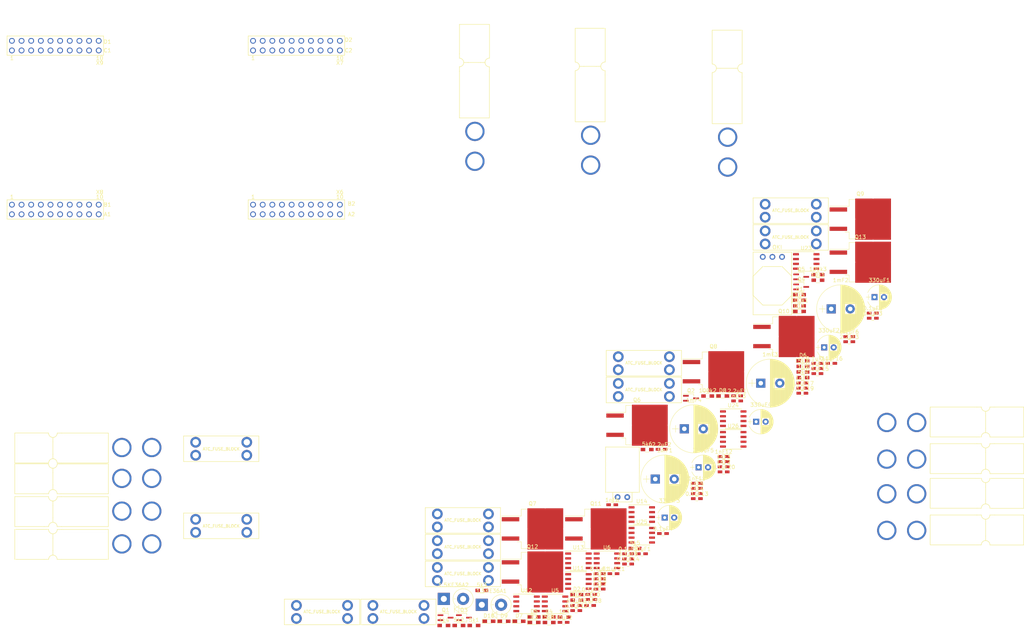
<source format=kicad_pcb>
(kicad_pcb (version 20171130) (host pcbnew "(5.0.0)")
  (layers (0 F.Cu signal) (31 B.Cu signal) (34 B.Paste user) (35 F.Paste user) (36 B.SilkS user) (37 F.SilkS user) (38 B.Mask user) (39 F.Mask user) (44 Edge.Cuts user))
  (net 0 "")
  (net 1 -BATT)
  (net 2 3.3V)
  (net 3 V_BATT)
  (net 4 "Net-(0.1uF6-Pad1)")
  (net 5 "Net-(0.1uF7-Pad1)")
  (net 6 "Net-(0.1uF8-Pad1)")
  (net 7 "Net-(0.1uF9-Pad1)")
  (net 8 "Net-(0.1uF14-Pad1)")
  (net 9 "Net-(0.1uF15-Pad1)")
  (net 10 "Net-(0.1uF16-Pad1)")
  (net 11 "Net-(0.1uF17-Pad1)")
  (net 12 "Net-(100k1-Pad1)")
  (net 13 "Net-(100k2-Pad2)")
  (net 14 VMEAS-VBATT)
  (net 15 LOGIC\COM-CTL)
  (net 16 ACT-CTL)
  (net 17 "Net-(1k3-Pad2)")
  (net 18 "Net-(1k3-Pad1)")
  (net 19 "Net-(1k4-Pad2)")
  (net 20 "Net-(1k4-Pad1)")
  (net 21 "Net-(1k5-Pad2)")
  (net 22 "Net-(1k5-Pad1)")
  (net 23 "Net-(1nF3-Pad1)")
  (net 24 "Net-(1nF4-Pad1)")
  (net 25 "Net-(1nF5-Pad1)")
  (net 26 "Net-(1nF6-Pad2)")
  (net 27 "Net-(1nF7-Pad2)")
  (net 28 "Net-(1nF8-Pad2)")
  (net 29 "Net-(1nF9-Pad2)")
  (net 30 "Net-(1nF10-Pad2)")
  (net 31 "Net-(1nF11-Pad2)")
  (net 32 "Net-(1nF12-Pad2)")
  (net 33 "Net-(1nF13-Pad2)")
  (net 34 "Net-(2.2uF1-Pad1)")
  (net 35 "Net-(2.2uF3-Pad1)")
  (net 36 "Net-(330uF5-Pad1)")
  (net 37 "Net-(3V3FAN1-Pad1)")
  (net 38 "Net-(5k1-Pad1)")
  (net 39 "Net-(5k1-Pad2)")
  (net 40 "Net-(5k2-Pad1)")
  (net 41 "Net-(5k2-Pad2)")
  (net 42 "Net-(5k3-Pad2)")
  (net 43 "Net-(5k3-Pad1)")
  (net 44 "Net-(5k4-Pad2)")
  (net 45 "Net-(5k4-Pad1)")
  (net 46 "Net-(5k5-Pad1)")
  (net 47 "Net-(5k5-Pad2)")
  (net 48 "Net-(5k6-Pad1)")
  (net 49 "Net-(5k6-Pad2)")
  (net 50 "Net-(5k7-Pad1)")
  (net 51 "Net-(5k7-Pad2)")
  (net 52 "Net-(5k8-Pad2)")
  (net 53 "Net-(5k8-Pad1)")
  (net 54 "Net-(CONV1-Pad2)")
  (net 55 "Net-(CONV2-Pad2)")
  (net 56 FAN-CTL)
  (net 57 "Net-(Q4-Pad3)")
  (net 58 "Net-(Q4-Pad2)")
  (net 59 "Net-(Q4-Pad1)")
  (net 60 "Net-(Q5-Pad1)")
  (net 61 "Net-(Q5-Pad2)")
  (net 62 "Net-(Q5-Pad3)")
  (net 63 "Net-(Q6-Pad2)")
  (net 64 "Net-(Q7-Pad2)")
  (net 65 "Net-(Q8-Pad2)")
  (net 66 "Net-(Q9-Pad2)")
  (net 67 "Net-(Q10-Pad2)")
  (net 68 "Net-(Q11-Pad2)")
  (net 69 "Net-(Q12-Pad2)")
  (net 70 "Net-(Q13-Pad2)")
  (net 71 "Net-(U1-PadPM6)")
  (net 72 "Net-(U1-PadPQ1)")
  (net 73 "Net-(U1-PadPQ2)")
  (net 74 IMEAS-M4)
  (net 75 "Net-(U1-PadPQ3)")
  (net 76 "Net-(U1-PadPP3)")
  (net 77 "Net-(U1-PadPQ0)")
  (net 78 "Net-(U1-PadPA4)")
  (net 79 "Net-(U1-PadRese)")
  (net 80 "Net-(U1-PadPA7)")
  (net 81 "Net-(U1-PadPN5)")
  (net 82 IMEAS-M2)
  (net 83 IMEAS-M3)
  (net 84 5V)
  (net 85 IMEAS-M6)
  (net 86 IMEAS-M5)
  (net 87 IMEAS-M1)
  (net 88 "Net-(U1-PadPA5)")
  (net 89 "Net-(U1-PadPD2)")
  (net 90 "Net-(U1-PadPP0)")
  (net 91 "Net-(U1-PadPP1)")
  (net 92 "Net-(U1-PadPD4)")
  (net 93 "Net-(U1-PadPD5)")
  (net 94 "Net-(U1-PadPP4)")
  (net 95 "Net-(U1-PadPN4)")
  (net 96 "Net-(U1-PadPG1)")
  (net 97 "Net-(U1-PadPK4)")
  (net 98 SIG-AUX)
  (net 99 SIG-M7)
  (net 100 SIG-M6)
  (net 101 SIG-M5)
  (net 102 SIG-M4)
  (net 103 SIG-M3)
  (net 104 SIG-M2)
  (net 105 SIG-M1)
  (net 106 "Net-(U1-PadPM7)")
  (net 107 "Net-(U1-PadPP5)")
  (net 108 IMEAS-LOGIC)
  (net 109 IMEAS-COM)
  (net 110 IMEAS-ACT)
  (net 111 IMEAS-M7)
  (net 112 "Net-(U1-PadPD7)")
  (net 113 "Net-(U1-PadPA6)")
  (net 114 "Net-(U1-PadPM4)")
  (net 115 "Net-(U1-PadPM5)")
  (net 116 "Net-(U1-PadPE4)")
  (net 117 SER_RX)
  (net 118 SER_TX)
  (net 119 "Net-(U1-PadPC6)")
  (net 120 "Net-(U1-PadPD3)")
  (net 121 "Net-(U1-PadPC7)")
  (net 122 "Net-(U1-PadPB2)")
  (net 123 "Net-(U1-PadPB3)")
  (net 124 "Net-(U1-PadPF1)")
  (net 125 "Net-(U1-PadPF2)")
  (net 126 "Net-(U1-PadPF3)")
  (net 127 "Net-(U1-PadPG0)")
  (net 128 "Net-(U1-PadPL4)")
  (net 129 "Net-(U1-PadPL5)")
  (net 130 "Net-(U1-PadPL0)")
  (net 131 "Net-(U1-PadPL1)")
  (net 132 "Net-(U1-PadPL2)")
  (net 133 "Net-(U1-PadPL3)")
  (net 134 LOGIC-SIG)
  (net 135 "Net-(U1-PadPH3)")
  (net 136 COM-SIG)
  (net 137 IMEAS-AUX)
  (net 138 "Net-(U1-PadPN2)")
  (net 139 "Net-(U5-Pad2)")
  (net 140 "Net-(U5-Pad3)")
  (net 141 LOGIC_SIG)
  (net 142 "Net-(U6-Pad3)")
  (net 143 "Net-(U6-Pad2)")
  (net 144 "Net-(U11-Pad3)")
  (net 145 "Net-(U11-Pad2)")
  (net 146 "Net-(U12-Pad2)")
  (net 147 "Net-(U12-Pad3)")
  (net 148 "Net-(U13-Pad2)")
  (net 149 "Net-(U13-Pad3)")
  (net 150 "Net-(U14-Pad2)")
  (net 151 "Net-(U14-Pad3)")
  (net 152 "Net-(U23-Pad2)")
  (net 153 "Net-(U23-Pad3)")
  (net 154 "Net-(U24-Pad3)")
  (net 155 "Net-(U24-Pad2)")
  (net 156 "Net-(U25-Pad3)")
  (net 157 "Net-(U25-Pad2)")
  (net 158 "Net-(U26-Pad3)")
  (net 159 "Net-(U26-Pad2)")
  (module Capacitors_SMD:C_0603_HandSoldering (layer F.Cu) (at 171.013001 157.194801)
    (fp_text reference 0.1uF1 (at 0 -1.25) (layer F.SilkS))
    (fp_text value C_Small)
    (pad 2 smd rect (at 0.95 0) (size 1.2 0.75) (layers F.Cu F.Paste F.Mask) (net 1 -BATT))
    (pad 1 smd rect (at -0.95 0) (size 1.2 0.75) (layers F.Cu F.Paste F.Mask) (net 2 3.3V))
  )
  (module Capacitors_SMD:C_0603_HandSoldering (layer F.Cu) (at 164.863001 165.574801)
    (fp_text reference 0.1uF2 (at 0 -1.25) (layer F.SilkS))
    (fp_text value C_Small)
    (pad 2 smd rect (at 0.95 0) (size 1.2 0.75) (layers F.Cu F.Paste F.Mask) (net 1 -BATT))
    (pad 1 smd rect (at -0.95 0) (size 1.2 0.75) (layers F.Cu F.Paste F.Mask) (net 3 V_BATT))
  )
  (module Capacitors_SMD:C_0603_HandSoldering (layer F.Cu) (at 242.953001 89.864801)
    (fp_text reference 0.1uF3 (at 0 -1.25) (layer F.SilkS))
    (fp_text value C_Small)
    (pad 2 smd rect (at 0.95 0) (size 1.2 0.75) (layers F.Cu F.Paste F.Mask) (net 2 3.3V))
    (pad 1 smd rect (at -0.95 0) (size 1.2 0.75) (layers F.Cu F.Paste F.Mask) (net 1 -BATT))
  )
  (module Capacitors_SMD:C_0603_HandSoldering (layer F.Cu) (at 187.703001 146.614801)
    (fp_text reference 0.1uF4 (at 0 -1.25) (layer F.SilkS))
    (fp_text value C_Small)
    (pad 1 smd rect (at -0.95 0) (size 1.2 0.75) (layers F.Cu F.Paste F.Mask) (net 1 -BATT))
    (pad 2 smd rect (at 0.95 0) (size 1.2 0.75) (layers F.Cu F.Paste F.Mask) (net 2 3.3V))
  )
  (module Capacitors_SMD:C_0603_HandSoldering (layer F.Cu) (at 242.953001 88.514801)
    (fp_text reference 0.1uF5 (at 0 -1.25) (layer F.SilkS))
    (fp_text value C_Small)
    (pad 1 smd rect (at -0.95 0) (size 1.2 0.75) (layers F.Cu F.Paste F.Mask) (net 1 -BATT))
    (pad 2 smd rect (at 0.95 0) (size 1.2 0.75) (layers F.Cu F.Paste F.Mask) (net 2 3.3V))
  )
  (module Capacitors_SMD:C_0603_HandSoldering (layer F.Cu) (at 236.753001 94.714801)
    (fp_text reference 0.1uF6 (at 0 -1.25) (layer F.SilkS))
    (fp_text value C_Small)
    (pad 1 smd rect (at -0.95 0) (size 1.2 0.75) (layers F.Cu F.Paste F.Mask) (net 4 "Net-(0.1uF6-Pad1)"))
    (pad 2 smd rect (at 0.95 0) (size 1.2 0.75) (layers F.Cu F.Paste F.Mask) (net 1 -BATT))
  )
  (module Capacitors_SMD:C_0603_HandSoldering (layer F.Cu) (at 168.823001 162.644801)
    (fp_text reference 0.1uF7 (at 0 -1.25) (layer F.SilkS))
    (fp_text value C_Small)
    (pad 1 smd rect (at -0.95 0) (size 1.2 0.75) (layers F.Cu F.Paste F.Mask) (net 5 "Net-(0.1uF7-Pad1)"))
    (pad 2 smd rect (at 0.95 0) (size 1.2 0.75) (layers F.Cu F.Paste F.Mask) (net 1 -BATT))
  )
  (module Capacitors_SMD:C_0603_HandSoldering (layer F.Cu) (at 178.523001 153.294801)
    (fp_text reference 0.1uF8 (at 0 -1.25) (layer F.SilkS))
    (fp_text value C_Small)
    (pad 1 smd rect (at -0.95 0) (size 1.2 0.75) (layers F.Cu F.Paste F.Mask) (net 6 "Net-(0.1uF8-Pad1)"))
    (pad 2 smd rect (at 0.95 0) (size 1.2 0.75) (layers F.Cu F.Paste F.Mask) (net 1 -BATT))
  )
  (module Capacitors_SMD:C_0603_HandSoldering (layer F.Cu) (at 178.523001 151.944801)
    (fp_text reference 0.1uF9 (at 0 -1.25) (layer F.SilkS))
    (fp_text value C_Small)
    (pad 2 smd rect (at 0.95 0) (size 1.2 0.75) (layers F.Cu F.Paste F.Mask) (net 1 -BATT))
    (pad 1 smd rect (at -0.95 0) (size 1.2 0.75) (layers F.Cu F.Paste F.Mask) (net 7 "Net-(0.1uF9-Pad1)"))
  )
  (module Capacitors_SMD:C_0603_HandSoldering (layer F.Cu) (at 228.363001 103.114801)
    (fp_text reference 0.1uF10 (at 0 -1.25) (layer F.SilkS))
    (fp_text value C_Small)
    (pad 1 smd rect (at -0.95 0) (size 1.2 0.75) (layers F.Cu F.Paste F.Mask) (net 1 -BATT))
    (pad 2 smd rect (at 0.95 0) (size 1.2 0.75) (layers F.Cu F.Paste F.Mask) (net 2 3.3V))
  )
  (module Capacitors_SMD:C_0603_HandSoldering (layer F.Cu) (at 228.363001 101.764801)
    (fp_text reference 0.1uF11 (at 0 -1.25) (layer F.SilkS))
    (fp_text value C_Small)
    (pad 1 smd rect (at -0.95 0) (size 1.2 0.75) (layers F.Cu F.Paste F.Mask) (net 1 -BATT))
    (pad 2 smd rect (at 0.95 0) (size 1.2 0.75) (layers F.Cu F.Paste F.Mask) (net 2 3.3V))
  )
  (module Capacitors_SMD:C_0603_HandSoldering (layer F.Cu) (at 164.863001 166.924801)
    (fp_text reference 0.1uF12 (at 0 -1.25) (layer F.SilkS))
    (fp_text value C_Small)
    (pad 2 smd rect (at 0.95 0) (size 1.2 0.75) (layers F.Cu F.Paste F.Mask) (net 2 3.3V))
    (pad 1 smd rect (at -0.95 0) (size 1.2 0.75) (layers F.Cu F.Paste F.Mask) (net 1 -BATT))
  )
  (module Capacitors_SMD:C_0603_HandSoldering (layer F.Cu) (at 196.623001 137.414801)
    (fp_text reference 0.1uF13 (at 0 -1.25) (layer F.SilkS))
    (fp_text value C_Small)
    (pad 2 smd rect (at 0.95 0) (size 1.2 0.75) (layers F.Cu F.Paste F.Mask) (net 2 3.3V))
    (pad 1 smd rect (at -0.95 0) (size 1.2 0.75) (layers F.Cu F.Paste F.Mask) (net 1 -BATT))
  )
  (module Capacitors_SMD:C_0603_HandSoldering (layer F.Cu) (at 178.523001 154.644801)
    (fp_text reference 0.1uF14 (at 0 -1.25) (layer F.SilkS))
    (fp_text value C_Small)
    (pad 2 smd rect (at 0.95 0) (size 1.2 0.75) (layers F.Cu F.Paste F.Mask) (net 1 -BATT))
    (pad 1 smd rect (at -0.95 0) (size 1.2 0.75) (layers F.Cu F.Paste F.Mask) (net 8 "Net-(0.1uF14-Pad1)"))
  )
  (module Capacitors_SMD:C_0603_HandSoldering (layer F.Cu) (at 228.363001 104.464801)
    (fp_text reference 0.1uF15 (at 0 -1.25) (layer F.SilkS))
    (fp_text value C_Small)
    (pad 1 smd rect (at -0.95 0) (size 1.2 0.75) (layers F.Cu F.Paste F.Mask) (net 9 "Net-(0.1uF15-Pad1)"))
    (pad 2 smd rect (at 0.95 0) (size 1.2 0.75) (layers F.Cu F.Paste F.Mask) (net 1 -BATT))
  )
  (module Capacitors_SMD:C_0603_HandSoldering (layer F.Cu) (at 232.013001 101.764801)
    (fp_text reference 0.1uF16 (at 0 -1.25) (layer F.SilkS))
    (fp_text value C_Small)
    (pad 1 smd rect (at -0.95 0) (size 1.2 0.75) (layers F.Cu F.Paste F.Mask) (net 10 "Net-(0.1uF16-Pad1)"))
    (pad 2 smd rect (at 0.95 0) (size 1.2 0.75) (layers F.Cu F.Paste F.Mask) (net 1 -BATT))
  )
  (module Capacitors_SMD:C_0603_HandSoldering (layer F.Cu) (at 224.403001 108.284801)
    (fp_text reference 0.1uF17 (at 0 -1.25) (layer F.SilkS))
    (fp_text value C_Small)
    (pad 2 smd rect (at 0.95 0) (size 1.2 0.75) (layers F.Cu F.Paste F.Mask) (net 1 -BATT))
    (pad 1 smd rect (at -0.95 0) (size 1.2 0.75) (layers F.Cu F.Paste F.Mask) (net 11 "Net-(0.1uF17-Pad1)"))
  )
  (module Capacitors_SMD:C_0603_HandSoldering (layer F.Cu) (at 168.513001 165.574801)
    (fp_text reference 0.1uF18 (at 0 -1.25) (layer F.SilkS))
    (fp_text value C_Small)
    (pad 1 smd rect (at -0.95 0) (size 1.2 0.75) (layers F.Cu F.Paste F.Mask) (net 1 -BATT))
    (pad 2 smd rect (at 0.95 0) (size 1.2 0.75) (layers F.Cu F.Paste F.Mask) (net 2 3.3V))
  )
  (module Capacitors_SMD:C_0603_HandSoldering (layer F.Cu) (at 224.403001 109.634801)
    (fp_text reference 0.1uF19 (at 0 -1.25) (layer F.SilkS))
    (fp_text value C_Small)
    (pad 2 smd rect (at 0.95 0) (size 1.2 0.75) (layers F.Cu F.Paste F.Mask) (net 2 3.3V))
    (pad 1 smd rect (at -0.95 0) (size 1.2 0.75) (layers F.Cu F.Paste F.Mask) (net 1 -BATT))
  )
  (module Capacitors_SMD:C_0603_HandSoldering (layer F.Cu) (at 203.673001 130.364801)
    (fp_text reference 0.1uF20 (at 0 -1.25) (layer F.SilkS))
    (fp_text value C_Small)
    (pad 1 smd rect (at -0.95 0) (size 1.2 0.75) (layers F.Cu F.Paste F.Mask) (net 1 -BATT))
    (pad 2 smd rect (at 0.95 0) (size 1.2 0.75) (layers F.Cu F.Paste F.Mask) (net 2 3.3V))
  )
  (module Capacitors_SMD:C_0603_HandSoldering (layer F.Cu) (at 174.663001 157.194801)
    (fp_text reference 0.1uF21 (at 0 -1.25) (layer F.SilkS))
    (fp_text value C_Small)
    (pad 1 smd rect (at -0.95 0) (size 1.2 0.75) (layers F.Cu F.Paste F.Mask) (net 1 -BATT))
    (pad 2 smd rect (at 0.95 0) (size 1.2 0.75) (layers F.Cu F.Paste F.Mask) (net 2 3.3V))
  )
  (module Diodes_THT:D_DO-201AD_P5.08mm_Vertical_KathodeUp (layer F.Cu) (at 139.993001 165.394801)
    (fp_text reference 1.5KE36A1 (at 2.54 -3.66) (layer F.SilkS))
    (fp_text value D_Schottky)
    (pad 1 thru_hole rect (at 0 0) (size 3.2 3.2) (drill 1.6) (layers *.Cu *.Mask) (net 3 V_BATT))
    (pad 2 thru_hole oval (at 5.08 0) (size 3.2 3.2) (drill 1.6) (layers *.Cu *.Mask) (net 1 -BATT))
  )
  (module Diodes_THT:D_DO-201AD_P5.08mm_Vertical_KathodeUp (layer F.Cu) (at 129.993001 163.844801)
    (fp_text reference 1.5KE36A2 (at 2.54 -3.66) (layer F.SilkS))
    (fp_text value D_Schottky)
    (pad 2 thru_hole oval (at 5.08 0) (size 3.2 3.2) (drill 1.6) (layers *.Cu *.Mask) (net 1 -BATT))
    (pad 1 thru_hole rect (at 0 0) (size 3.2 3.2) (drill 1.6) (layers *.Cu *.Mask) (net 3 V_BATT))
  )
  (module Resistors_SMD:R_0603_HandSoldering (layer F.Cu) (at 223.653001 86.609801)
    (fp_text reference 100k1 (at 0 -1.45) (layer F.SilkS))
    (fp_text value R_US)
    (pad 1 smd rect (at -1.1 0) (size 1.2 0.9) (layers F.Cu F.Paste F.Mask) (net 12 "Net-(100k1-Pad1)"))
    (pad 2 smd rect (at 1.1 0) (size 1.2 0.9) (layers F.Cu F.Paste F.Mask) (net 1 -BATT))
  )
  (module Resistors_SMD:R_0603_HandSoldering (layer F.Cu) (at 199.473001 110.379801)
    (fp_text reference 100k2 (at 0 -1.45) (layer F.SilkS))
    (fp_text value R_US)
    (pad 2 smd rect (at 1.1 0) (size 1.2 0.9) (layers F.Cu F.Paste F.Mask) (net 13 "Net-(100k2-Pad2)"))
    (pad 1 smd rect (at -1.1 0) (size 1.2 0.9) (layers F.Cu F.Paste F.Mask) (net 1 -BATT))
  )
  (module Resistors_SMD:R_0603_HandSoldering (layer F.Cu) (at 228.503001 78.379801)
    (fp_text reference 100k3 (at 0 -1.45) (layer F.SilkS))
    (fp_text value R_US)
    (pad 2 smd rect (at 1.1 0) (size 1.2 0.9) (layers F.Cu F.Paste F.Mask) (net 14 VMEAS-VBATT))
    (pad 1 smd rect (at -1.1 0) (size 1.2 0.9) (layers F.Cu F.Paste F.Mask) (net 3 V_BATT))
  )
  (module Resistors_SMD:R_0603_HandSoldering (layer F.Cu) (at 228.503001 79.859801)
    (fp_text reference 10k1 (at 0 -1.45) (layer F.SilkS))
    (fp_text value R_US)
    (pad 1 smd rect (at -1.1 0) (size 1.2 0.9) (layers F.Cu F.Paste F.Mask) (net 14 VMEAS-VBATT))
    (pad 2 smd rect (at 1.1 0) (size 1.2 0.9) (layers F.Cu F.Paste F.Mask) (net 1 -BATT))
  )
  (module Capacitors_SMD:C_0603_HandSoldering (layer F.Cu) (at 182.173001 151.944801)
    (fp_text reference 10uF1 (at 0 -1.25) (layer F.SilkS))
    (fp_text value C_Small)
    (pad 2 smd rect (at 0.95 0) (size 1.2 0.75) (layers F.Cu F.Paste F.Mask) (net 1 -BATT))
    (pad 1 smd rect (at -0.95 0) (size 1.2 0.75) (layers F.Cu F.Paste F.Mask) (net 2 3.3V))
  )
  (module Capacitors_SMD:C_0603_HandSoldering (layer F.Cu) (at 161.523001 170.024801)
    (fp_text reference 10uF2 (at 0 -1.25) (layer F.SilkS))
    (fp_text value C_Small)
    (pad 1 smd rect (at -0.95 0) (size 1.2 0.75) (layers F.Cu F.Paste F.Mask) (net 3 V_BATT))
    (pad 2 smd rect (at 0.95 0) (size 1.2 0.75) (layers F.Cu F.Paste F.Mask) (net 1 -BATT))
  )
  (module Resistors_SMD:R_0603_HandSoldering (layer F.Cu) (at 224.563001 104.039801)
    (fp_text reference 1k1 (at 0 -1.45) (layer F.SilkS))
    (fp_text value R_US)
    (pad 2 smd rect (at 1.1 0) (size 1.2 0.9) (layers F.Cu F.Paste F.Mask) (net 15 LOGIC\COM-CTL))
    (pad 1 smd rect (at -1.1 0) (size 1.2 0.9) (layers F.Cu F.Paste F.Mask) (net 12 "Net-(100k1-Pad1)"))
  )
  (module Resistors_SMD:R_0603_HandSoldering (layer F.Cu) (at 165.023001 164.159801)
    (fp_text reference 1k2 (at 0 -1.45) (layer F.SilkS))
    (fp_text value R_US)
    (pad 1 smd rect (at -1.1 0) (size 1.2 0.9) (layers F.Cu F.Paste F.Mask) (net 13 "Net-(100k2-Pad2)"))
    (pad 2 smd rect (at 1.1 0) (size 1.2 0.9) (layers F.Cu F.Paste F.Mask) (net 16 ACT-CTL))
  )
  (module Resistors_SMD:R_0603_HandSoldering (layer F.Cu) (at 161.683001 168.609801)
    (fp_text reference 1k3 (at 0 -1.45) (layer F.SilkS))
    (fp_text value R_US)
    (pad 2 smd rect (at 1.1 0) (size 1.2 0.9) (layers F.Cu F.Paste F.Mask) (net 17 "Net-(1k3-Pad2)"))
    (pad 1 smd rect (at -1.1 0) (size 1.2 0.9) (layers F.Cu F.Paste F.Mask) (net 18 "Net-(1k3-Pad1)"))
  )
  (module Resistors_SMD:R_0603_HandSoldering (layer F.Cu) (at 130.003001 170.849801)
    (fp_text reference 1k4 (at 0 -1.45) (layer F.SilkS))
    (fp_text value R_US)
    (pad 2 smd rect (at 1.1 0) (size 1.2 0.9) (layers F.Cu F.Paste F.Mask) (net 19 "Net-(1k4-Pad2)"))
    (pad 1 smd rect (at -1.1 0) (size 1.2 0.9) (layers F.Cu F.Paste F.Mask) (net 20 "Net-(1k4-Pad1)"))
  )
  (module Resistors_SMD:R_0603_HandSoldering (layer F.Cu) (at 223.653001 85.129801)
    (fp_text reference 1k5 (at 0 -1.45) (layer F.SilkS))
    (fp_text value R_US)
    (pad 2 smd rect (at 1.1 0) (size 1.2 0.9) (layers F.Cu F.Paste F.Mask) (net 21 "Net-(1k5-Pad2)"))
    (pad 1 smd rect (at -1.1 0) (size 1.2 0.9) (layers F.Cu F.Paste F.Mask) (net 22 "Net-(1k5-Pad1)"))
  )
  (module Capacitors_THT:CP_Radial_D12.5mm_P5.00mm (layer F.Cu) (at 185.673001 132.264801)
    (fp_text reference 1mF1 (at 2.5 -7.56) (layer F.SilkS))
    (fp_text value CP1)
    (pad 2 thru_hole circle (at 5 0) (size 2.4 2.4) (drill 1.2) (layers *.Cu *.Mask) (net 1 -BATT))
    (pad 1 thru_hole rect (at 0 0) (size 2.4 2.4) (drill 1.2) (layers *.Cu *.Mask) (net 3 V_BATT))
  )
  (module Capacitors_THT:CP_Radial_D12.5mm_P5.00mm (layer F.Cu) (at 232.003001 87.414801)
    (fp_text reference 1mF2 (at 2.5 -7.56) (layer F.SilkS))
    (fp_text value CP1)
    (pad 1 thru_hole rect (at 0 0) (size 2.4 2.4) (drill 1.2) (layers *.Cu *.Mask) (net 3 V_BATT))
    (pad 2 thru_hole circle (at 5 0) (size 2.4 2.4) (drill 1.2) (layers *.Cu *.Mask) (net 1 -BATT))
  )
  (module Capacitors_THT:CP_Radial_D12.5mm_P5.00mm (layer F.Cu) (at 213.453001 106.994801)
    (fp_text reference 1mF3 (at 2.5 -7.56) (layer F.SilkS))
    (fp_text value CP1)
    (pad 2 thru_hole circle (at 5 0) (size 2.4 2.4) (drill 1.2) (layers *.Cu *.Mask) (net 1 -BATT))
    (pad 1 thru_hole rect (at 0 0) (size 2.4 2.4) (drill 1.2) (layers *.Cu *.Mask) (net 3 V_BATT))
  )
  (module Capacitors_THT:CP_Radial_D12.5mm_P5.00mm (layer F.Cu) (at 193.323001 119.014801)
    (fp_text reference 1mF4 (at 2.5 -7.56) (layer F.SilkS))
    (fp_text value CP1)
    (pad 1 thru_hole rect (at 0 0) (size 2.4 2.4) (drill 1.2) (layers *.Cu *.Mask) (net 3 V_BATT))
    (pad 2 thru_hole circle (at 5 0) (size 2.4 2.4) (drill 1.2) (layers *.Cu *.Mask) (net 1 -BATT))
  )
  (module Capacitors_SMD:C_0603_HandSoldering (layer F.Cu) (at 224.403001 106.934801)
    (fp_text reference 1nF1 (at 0 -1.25) (layer F.SilkS))
    (fp_text value C_Small)
    (pad 2 smd rect (at 0.95 0) (size 1.2 0.75) (layers F.Cu F.Paste F.Mask) (net 1 -BATT))
    (pad 1 smd rect (at -0.95 0) (size 1.2 0.75) (layers F.Cu F.Paste F.Mask) (net 2 3.3V))
  )
  (module Capacitors_SMD:C_0603_HandSoldering (layer F.Cu) (at 203.673001 129.014801)
    (fp_text reference 1nF2 (at 0 -1.25) (layer F.SilkS))
    (fp_text value C_Small)
    (pad 1 smd rect (at -0.95 0) (size 1.2 0.75) (layers F.Cu F.Paste F.Mask) (net 3 V_BATT))
    (pad 2 smd rect (at 0.95 0) (size 1.2 0.75) (layers F.Cu F.Paste F.Mask) (net 1 -BATT))
  )
  (module Capacitors_SMD:C_0603_HandSoldering (layer F.Cu) (at 203.673001 127.664801)
    (fp_text reference 1nF3 (at 0 -1.25) (layer F.SilkS))
    (fp_text value C_Small)
    (pad 1 smd rect (at -0.95 0) (size 1.2 0.75) (layers F.Cu F.Paste F.Mask) (net 23 "Net-(1nF3-Pad1)"))
    (pad 2 smd rect (at 0.95 0) (size 1.2 0.75) (layers F.Cu F.Paste F.Mask) (net 1 -BATT))
  )
  (module Capacitors_SMD:C_0603_HandSoldering (layer F.Cu) (at 196.623001 136.064801)
    (fp_text reference 1nF4 (at 0 -1.25) (layer F.SilkS))
    (fp_text value C_Small)
    (pad 2 smd rect (at 0.95 0) (size 1.2 0.75) (layers F.Cu F.Paste F.Mask) (net 1 -BATT))
    (pad 1 smd rect (at -0.95 0) (size 1.2 0.75) (layers F.Cu F.Paste F.Mask) (net 24 "Net-(1nF4-Pad1)"))
  )
  (module Capacitors_SMD:C_0603_HandSoldering (layer F.Cu) (at 196.623001 134.714801)
    (fp_text reference 1nF5 (at 0 -1.25) (layer F.SilkS))
    (fp_text value C_Small)
    (pad 2 smd rect (at 0.95 0) (size 1.2 0.75) (layers F.Cu F.Paste F.Mask) (net 1 -BATT))
    (pad 1 smd rect (at -0.95 0) (size 1.2 0.75) (layers F.Cu F.Paste F.Mask) (net 25 "Net-(1nF5-Pad1)"))
  )
  (module Capacitors_SMD:C_0603_HandSoldering (layer F.Cu) (at 174.333001 139.034801)
    (fp_text reference 1nF6 (at 0 -1.25) (layer F.SilkS))
    (fp_text value C_Small)
    (pad 2 smd rect (at 0.95 0) (size 1.2 0.75) (layers F.Cu F.Paste F.Mask) (net 26 "Net-(1nF6-Pad2)"))
    (pad 1 smd rect (at -0.95 0) (size 1.2 0.75) (layers F.Cu F.Paste F.Mask) (net 1 -BATT))
  )
  (module Capacitors_SMD:C_0603_HandSoldering (layer F.Cu) (at 171.013001 161.244801)
    (fp_text reference 1nF7 (at 0 -1.25) (layer F.SilkS))
    (fp_text value C_Small)
    (pad 2 smd rect (at 0.95 0) (size 1.2 0.75) (layers F.Cu F.Paste F.Mask) (net 27 "Net-(1nF7-Pad2)"))
    (pad 1 smd rect (at -0.95 0) (size 1.2 0.75) (layers F.Cu F.Paste F.Mask) (net 1 -BATT))
  )
  (module Capacitors_SMD:C_0603_HandSoldering (layer F.Cu) (at 171.013001 159.894801)
    (fp_text reference 1nF8 (at 0 -1.25) (layer F.SilkS))
    (fp_text value C_Small)
    (pad 1 smd rect (at -0.95 0) (size 1.2 0.75) (layers F.Cu F.Paste F.Mask) (net 1 -BATT))
    (pad 2 smd rect (at 0.95 0) (size 1.2 0.75) (layers F.Cu F.Paste F.Mask) (net 28 "Net-(1nF8-Pad2)"))
  )
  (module Capacitors_SMD:C_0603_HandSoldering (layer F.Cu) (at 171.013001 158.544801)
    (fp_text reference 1nF9 (at 0 -1.25) (layer F.SilkS))
    (fp_text value C_Small)
    (pad 1 smd rect (at -0.95 0) (size 1.2 0.75) (layers F.Cu F.Paste F.Mask) (net 1 -BATT))
    (pad 2 smd rect (at 0.95 0) (size 1.2 0.75) (layers F.Cu F.Paste F.Mask) (net 29 "Net-(1nF9-Pad2)"))
  )
  (module Capacitors_SMD:C_0603_HandSoldering (layer F.Cu) (at 168.823001 163.994801)
    (fp_text reference 1nF10 (at 0 -1.25) (layer F.SilkS))
    (fp_text value C_Small)
    (pad 1 smd rect (at -0.95 0) (size 1.2 0.75) (layers F.Cu F.Paste F.Mask) (net 1 -BATT))
    (pad 2 smd rect (at 0.95 0) (size 1.2 0.75) (layers F.Cu F.Paste F.Mask) (net 30 "Net-(1nF10-Pad2)"))
  )
  (module Capacitors_SMD:C_0603_HandSoldering (layer F.Cu) (at 196.623001 133.364801)
    (fp_text reference 1nF11 (at 0 -1.25) (layer F.SilkS))
    (fp_text value C_Small)
    (pad 2 smd rect (at 0.95 0) (size 1.2 0.75) (layers F.Cu F.Paste F.Mask) (net 31 "Net-(1nF11-Pad2)"))
    (pad 1 smd rect (at -0.95 0) (size 1.2 0.75) (layers F.Cu F.Paste F.Mask) (net 1 -BATT))
  )
  (module Capacitors_SMD:C_0603_HandSoldering (layer F.Cu) (at 203.673001 126.314801)
    (fp_text reference 1nF12 (at 0 -1.25) (layer F.SilkS))
    (fp_text value C_Small)
    (pad 2 smd rect (at 0.95 0) (size 1.2 0.75) (layers F.Cu F.Paste F.Mask) (net 32 "Net-(1nF12-Pad2)"))
    (pad 1 smd rect (at -0.95 0) (size 1.2 0.75) (layers F.Cu F.Paste F.Mask) (net 1 -BATT))
  )
  (module Capacitors_SMD:C_0603_HandSoldering (layer F.Cu) (at 207.233001 111.664801)
    (fp_text reference 1nF13 (at 0 -1.25) (layer F.SilkS))
    (fp_text value C_Small)
    (pad 2 smd rect (at 0.95 0) (size 1.2 0.75) (layers F.Cu F.Paste F.Mask) (net 33 "Net-(1nF13-Pad2)"))
    (pad 1 smd rect (at -0.95 0) (size 1.2 0.75) (layers F.Cu F.Paste F.Mask) (net 1 -BATT))
  )
  (module Capacitors_SMD:C_0603_HandSoldering (layer F.Cu) (at 207.233001 110.314801)
    (fp_text reference 2.2uF1 (at 0 -1.25) (layer F.SilkS))
    (fp_text value C_Small)
    (pad 2 smd rect (at 0.95 0) (size 1.2 0.75) (layers F.Cu F.Paste F.Mask) (net 1 -BATT))
    (pad 1 smd rect (at -0.95 0) (size 1.2 0.75) (layers F.Cu F.Paste F.Mask) (net 34 "Net-(2.2uF1-Pad1)"))
  )
  (module Capacitors_SMD:C_0603_HandSoldering (layer F.Cu) (at 187.333001 124.414801)
    (fp_text reference 2.2uF2 (at 0 -1.25) (layer F.SilkS))
    (fp_text value C_Small)
    (pad 1 smd rect (at -0.95 0) (size 1.2 0.75) (layers F.Cu F.Paste F.Mask) (net 1 -BATT))
    (pad 2 smd rect (at 0.95 0) (size 1.2 0.75) (layers F.Cu F.Paste F.Mask) (net 34 "Net-(2.2uF1-Pad1)"))
  )
  (module Capacitors_SMD:C_0603_HandSoldering (layer F.Cu) (at 236.753001 96.064801)
    (fp_text reference 2.2uF3 (at 0 -1.25) (layer F.SilkS))
    (fp_text value C_Small)
    (pad 2 smd rect (at 0.95 0) (size 1.2 0.75) (layers F.Cu F.Paste F.Mask) (net 1 -BATT))
    (pad 1 smd rect (at -0.95 0) (size 1.2 0.75) (layers F.Cu F.Paste F.Mask) (net 35 "Net-(2.2uF3-Pad1)"))
  )
  (module Capacitors_THT:CP_Radial_D6.3mm_P2.50mm (layer F.Cu) (at 243.403001 84.314801)
    (fp_text reference 330uF1 (at 1.25 -4.46) (layer F.SilkS))
    (fp_text value CP1)
    (pad 2 thru_hole circle (at 2.5 0) (size 1.6 1.6) (drill 0.8) (layers *.Cu *.Mask) (net 1 -BATT))
    (pad 1 thru_hole rect (at 0 0) (size 1.6 1.6) (drill 0.8) (layers *.Cu *.Mask) (net 34 "Net-(2.2uF1-Pad1)"))
  )
  (module Capacitors_THT:CP_Radial_D6.3mm_P2.50mm (layer F.Cu) (at 230.153001 97.564801)
    (fp_text reference 330uF2 (at 1.25 -4.46) (layer F.SilkS))
    (fp_text value CP1)
    (pad 1 thru_hole rect (at 0 0) (size 1.6 1.6) (drill 0.8) (layers *.Cu *.Mask) (net 34 "Net-(2.2uF1-Pad1)"))
    (pad 2 thru_hole circle (at 2.5 0) (size 1.6 1.6) (drill 0.8) (layers *.Cu *.Mask) (net 1 -BATT))
  )
  (module Capacitors_THT:CP_Radial_D6.3mm_P2.50mm (layer F.Cu) (at 188.153001 142.414801)
    (fp_text reference 330uF3 (at 1.25 -4.46) (layer F.SilkS))
    (fp_text value CP1)
    (pad 1 thru_hole rect (at 0 0) (size 1.6 1.6) (drill 0.8) (layers *.Cu *.Mask) (net 34 "Net-(2.2uF1-Pad1)"))
    (pad 2 thru_hole circle (at 2.5 0) (size 1.6 1.6) (drill 0.8) (layers *.Cu *.Mask) (net 1 -BATT))
  )
  (module Capacitors_THT:CP_Radial_D6.3mm_P2.50mm (layer F.Cu) (at 212.233001 117.144801)
    (fp_text reference 330uF4 (at 1.25 -4.46) (layer F.SilkS))
    (fp_text value CP1)
    (pad 2 thru_hole circle (at 2.5 0) (size 1.6 1.6) (drill 0.8) (layers *.Cu *.Mask) (net 1 -BATT))
    (pad 1 thru_hole rect (at 0 0) (size 1.6 1.6) (drill 0.8) (layers *.Cu *.Mask) (net 34 "Net-(2.2uF1-Pad1)"))
  )
  (module Capacitors_THT:CP_Radial_D6.3mm_P2.50mm (layer F.Cu) (at 197.073001 129.164801)
    (fp_text reference 330uF5 (at 1.25 -4.46) (layer F.SilkS))
    (fp_text value CP1)
    (pad 2 thru_hole circle (at 2.5 0) (size 1.6 1.6) (drill 0.8) (layers *.Cu *.Mask) (net 1 -BATT))
    (pad 1 thru_hole rect (at 0 0) (size 1.6 1.6) (drill 0.8) (layers *.Cu *.Mask) (net 36 "Net-(330uF5-Pad1)"))
  )
  (module MRDT-Connectors:MOLEX_SL_02_Horizontal (layer F.Cu) (at 177.028001 137.022801)
    (fp_text reference 3V3FAN1 hide)
    (fp_text value Molex_SL_02)
    (pad "" np_thru_hole circle (at -2.415 -8.64) (size 3.45 3.45) (drill 3.45) (layers *.Cu *.Mask))
    (pad 1 thru_hole circle (at -1.27 0) (size 1.524 1.524) (drill 0.762) (layers *.Cu *.Mask) (net 37 "Net-(3V3FAN1-Pad1)"))
    (pad 2 thru_hole circle (at 1.27 0) (size 1.524 1.524) (drill 0.762) (layers *.Cu *.Mask) (net 2 3.3V))
    (pad "" np_thru_hole circle (at 2.413 -8.636) (size 3.45 3.45) (drill 3.45) (layers *.Cu *.Mask))
  )
  (module Resistors_SMD:R_0603_HandSoldering (layer F.Cu) (at 137.923001 170.849801)
    (fp_text reference 5k1 (at 0 -1.45) (layer F.SilkS))
    (fp_text value R_US)
    (pad 1 smd rect (at -1.1 0) (size 1.2 0.9) (layers F.Cu F.Paste F.Mask) (net 38 "Net-(5k1-Pad1)"))
    (pad 2 smd rect (at 1.1 0) (size 1.2 0.9) (layers F.Cu F.Paste F.Mask) (net 39 "Net-(5k1-Pad2)"))
  )
  (module Resistors_SMD:R_0603_HandSoldering (layer F.Cu) (at 133.963001 170.849801)
    (fp_text reference 5k2 (at 0 -1.45) (layer F.SilkS))
    (fp_text value R_US)
    (pad 1 smd rect (at -1.1 0) (size 1.2 0.9) (layers F.Cu F.Paste F.Mask) (net 40 "Net-(5k2-Pad1)"))
    (pad 2 smd rect (at 1.1 0) (size 1.2 0.9) (layers F.Cu F.Paste F.Mask) (net 41 "Net-(5k2-Pad2)"))
  )
  (module Resistors_SMD:R_0603_HandSoldering (layer F.Cu) (at 140.003001 161.609801)
    (fp_text reference 5k3 (at 0 -1.45) (layer F.SilkS))
    (fp_text value R_US)
    (pad 2 smd rect (at 1.1 0) (size 1.2 0.9) (layers F.Cu F.Paste F.Mask) (net 42 "Net-(5k3-Pad2)"))
    (pad 1 smd rect (at -1.1 0) (size 1.2 0.9) (layers F.Cu F.Paste F.Mask) (net 43 "Net-(5k3-Pad1)"))
  )
  (module Resistors_SMD:R_0603_HandSoldering (layer F.Cu) (at 224.563001 105.519801)
    (fp_text reference 5k4 (at 0 -1.45) (layer F.SilkS))
    (fp_text value R_US)
    (pad 2 smd rect (at 1.1 0) (size 1.2 0.9) (layers F.Cu F.Paste F.Mask) (net 44 "Net-(5k4-Pad2)"))
    (pad 1 smd rect (at -1.1 0) (size 1.2 0.9) (layers F.Cu F.Paste F.Mask) (net 45 "Net-(5k4-Pad1)"))
  )
  (module Resistors_SMD:R_0603_HandSoldering (layer F.Cu) (at 180.353001 150.529801)
    (fp_text reference 5k5 (at 0 -1.45) (layer F.SilkS))
    (fp_text value R_US)
    (pad 1 smd rect (at -1.1 0) (size 1.2 0.9) (layers F.Cu F.Paste F.Mask) (net 46 "Net-(5k5-Pad1)"))
    (pad 2 smd rect (at 1.1 0) (size 1.2 0.9) (layers F.Cu F.Paste F.Mask) (net 47 "Net-(5k5-Pad2)"))
  )
  (module Resistors_SMD:R_0603_HandSoldering (layer F.Cu) (at 183.533001 124.479801)
    (fp_text reference 5k6 (at 0 -1.45) (layer F.SilkS))
    (fp_text value R_US)
    (pad 1 smd rect (at -1.1 0) (size 1.2 0.9) (layers F.Cu F.Paste F.Mask) (net 48 "Net-(5k6-Pad1)"))
    (pad 2 smd rect (at 1.1 0) (size 1.2 0.9) (layers F.Cu F.Paste F.Mask) (net 49 "Net-(5k6-Pad2)"))
  )
  (module Resistors_SMD:R_0603_HandSoldering (layer F.Cu) (at 224.563001 102.559801)
    (fp_text reference 5k7 (at 0 -1.45) (layer F.SilkS))
    (fp_text value R_US)
    (pad 1 smd rect (at -1.1 0) (size 1.2 0.9) (layers F.Cu F.Paste F.Mask) (net 50 "Net-(5k7-Pad1)"))
    (pad 2 smd rect (at 1.1 0) (size 1.2 0.9) (layers F.Cu F.Paste F.Mask) (net 51 "Net-(5k7-Pad2)"))
  )
  (module Resistors_SMD:R_0603_HandSoldering (layer F.Cu) (at 157.723001 170.059801)
    (fp_text reference 5k8 (at 0 -1.45) (layer F.SilkS))
    (fp_text value R_US)
    (pad 2 smd rect (at 1.1 0) (size 1.2 0.9) (layers F.Cu F.Paste F.Mask) (net 52 "Net-(5k8-Pad2)"))
    (pad 1 smd rect (at -1.1 0) (size 1.2 0.9) (layers F.Cu F.Paste F.Mask) (net 53 "Net-(5k8-Pad1)"))
  )
  (module MRDT-Connectors:Anderson_2_Vertical (layer F.Cu) (at 138.176 40.64 270)
    (fp_text reference Conn1 hide)
    (fp_text value AndersonPP)
    (pad 2 thru_hole circle (at 7.874 0 270) (size 5.08 5.08) (drill 4.06) (layers *.Cu *.Mask F.Paste))
    (pad 1 thru_hole circle (at 0 0 270) (size 5.08 5.08) (drill 4.06) (layers *.Cu *.Mask F.Paste) (net 1 -BATT))
  )
  (module MRDT-Connectors:Anderson_2_Vertical (layer F.Cu) (at 168.656 41.656 270)
    (fp_text reference Conn2 hide)
    (fp_text value AndersonPP)
    (pad 1 thru_hole circle (at 0 0 270) (size 5.08 5.08) (drill 4.06) (layers *.Cu *.Mask F.Paste) (net 1 -BATT))
    (pad 2 thru_hole circle (at 7.874 0 270) (size 5.08 5.08) (drill 4.06) (layers *.Cu *.Mask F.Paste))
  )
  (module MRDT-Connectors:Anderson_2_Vertical (layer F.Cu) (at 204.724 42.164 270)
    (fp_text reference Conn3 hide)
    (fp_text value AndersonPP)
    (pad 1 thru_hole circle (at 0 0 270) (size 5.08 5.08) (drill 4.06) (layers *.Cu *.Mask F.Paste) (net 1 -BATT))
    (pad 2 thru_hole circle (at 7.874 0 270) (size 5.08 5.08) (drill 4.06) (layers *.Cu *.Mask F.Paste))
  )
  (module MRDT-Connectors:Anderson_2_Vertical (layer F.Cu) (at 254.508 117.348 180)
    (fp_text reference Conn4 hide)
    (fp_text value AndersonPP)
    (pad 1 thru_hole circle (at 0 0 180) (size 5.08 5.08) (drill 4.06) (layers *.Cu *.Mask F.Paste) (net 1 -BATT))
    (pad 2 thru_hole circle (at 7.874 0 180) (size 5.08 5.08) (drill 4.06) (layers *.Cu *.Mask F.Paste))
  )
  (module MRDT-Connectors:Anderson_2_Vertical (layer F.Cu) (at 254.508 127 180)
    (fp_text reference Conn5 hide)
    (fp_text value AndersonPP)
    (pad 2 thru_hole circle (at 7.874 0 180) (size 5.08 5.08) (drill 4.06) (layers *.Cu *.Mask F.Paste))
    (pad 1 thru_hole circle (at 0 0 180) (size 5.08 5.08) (drill 4.06) (layers *.Cu *.Mask F.Paste) (net 1 -BATT))
  )
  (module MRDT-Connectors:Anderson_2_Vertical (layer F.Cu) (at 254.508 136.144 180)
    (fp_text reference Conn6 hide)
    (fp_text value AndersonPP)
    (pad 1 thru_hole circle (at 0 0 180) (size 5.08 5.08) (drill 4.06) (layers *.Cu *.Mask F.Paste) (net 1 -BATT))
    (pad 2 thru_hole circle (at 7.874 0 180) (size 5.08 5.08) (drill 4.06) (layers *.Cu *.Mask F.Paste))
  )
  (module MRDT-Connectors:Anderson_2_Vertical (layer F.Cu) (at 254.508 145.796 180)
    (fp_text reference Conn7 hide)
    (fp_text value AndersonPP)
    (pad 2 thru_hole circle (at 7.874 0 180) (size 5.08 5.08) (drill 4.06) (layers *.Cu *.Mask F.Paste))
    (pad 1 thru_hole circle (at 0 0 180) (size 5.08 5.08) (drill 4.06) (layers *.Cu *.Mask F.Paste) (net 1 -BATT))
  )
  (module MRDT-Connectors:Anderson_2_Vertical (layer F.Cu) (at 45.212 123.952)
    (fp_text reference Conn8 hide)
    (fp_text value AndersonPP)
    (pad 1 thru_hole circle (at 0 0) (size 5.08 5.08) (drill 4.06) (layers *.Cu *.Mask F.Paste) (net 1 -BATT))
    (pad 2 thru_hole circle (at 7.874 0) (size 5.08 5.08) (drill 4.06) (layers *.Cu *.Mask F.Paste))
  )
  (module MRDT-Connectors:Anderson_2_Vertical (layer F.Cu) (at 45.212 132.08)
    (fp_text reference Conn9 hide)
    (fp_text value AndersonPP)
    (pad 2 thru_hole circle (at 7.874 0) (size 5.08 5.08) (drill 4.06) (layers *.Cu *.Mask F.Paste))
    (pad 1 thru_hole circle (at 0 0) (size 5.08 5.08) (drill 4.06) (layers *.Cu *.Mask F.Paste) (net 1 -BATT))
  )
  (module MRDT-Connectors:Anderson_2_Vertical (layer F.Cu) (at 45.212 140.716)
    (fp_text reference Conn10 hide)
    (fp_text value AndersonPP)
    (pad 1 thru_hole circle (at 0 0) (size 5.08 5.08) (drill 4.06) (layers *.Cu *.Mask F.Paste) (net 1 -BATT))
    (pad 2 thru_hole circle (at 7.874 0) (size 5.08 5.08) (drill 4.06) (layers *.Cu *.Mask F.Paste))
  )
  (module MRDT-Connectors:Anderson_2_Vertical (layer F.Cu) (at 45.212 149.352)
    (fp_text reference Conn11 hide)
    (fp_text value AndersonPP)
    (pad 2 thru_hole circle (at 7.874 0) (size 5.08 5.08) (drill 4.06) (layers *.Cu *.Mask F.Paste))
    (pad 1 thru_hole circle (at 0 0) (size 5.08 5.08) (drill 4.06) (layers *.Cu *.Mask F.Paste) (net 1 -BATT))
  )
  (module LEDs:LED_0603_HandSoldering (layer F.Cu) (at 223.653001 83.664801)
    (fp_text reference D1 (at 0 -1.45) (layer F.SilkS))
    (fp_text value LED)
    (pad 2 smd rect (at 1.1 0) (size 1.2 0.9) (layers F.Cu F.Paste F.Mask) (net 18 "Net-(1k3-Pad1)"))
    (pad 1 smd rect (at -1.1 0) (size 1.2 0.9) (layers F.Cu F.Paste F.Mask) (net 1 -BATT))
  )
  (module LEDs:LED_0603_HandSoldering (layer F.Cu) (at 165.023001 162.694801)
    (fp_text reference D2 (at 0 -1.45) (layer F.SilkS))
    (fp_text value LED)
    (pad 2 smd rect (at 1.1 0) (size 1.2 0.9) (layers F.Cu F.Paste F.Mask) (net 20 "Net-(1k4-Pad1)"))
    (pad 1 smd rect (at -1.1 0) (size 1.2 0.9) (layers F.Cu F.Paste F.Mask) (net 1 -BATT))
  )
  (module LEDs:LED_0603_HandSoldering (layer F.Cu) (at 153.763001 170.044801)
    (fp_text reference D3 (at 0 -1.45) (layer F.SilkS))
    (fp_text value LED)
    (pad 1 smd rect (at -1.1 0) (size 1.2 0.9) (layers F.Cu F.Paste F.Mask) (net 1 -BATT))
    (pad 2 smd rect (at 1.1 0) (size 1.2 0.9) (layers F.Cu F.Paste F.Mask) (net 22 "Net-(1k5-Pad1)"))
  )
  (module LEDs:LED_0603_HandSoldering (layer F.Cu) (at 157.723001 168.594801)
    (fp_text reference D4 (at 0 -1.45) (layer F.SilkS))
    (fp_text value LED)
    (pad 2 smd rect (at 1.1 0) (size 1.2 0.9) (layers F.Cu F.Paste F.Mask) (net 38 "Net-(5k1-Pad1)"))
    (pad 1 smd rect (at -1.1 0) (size 1.2 0.9) (layers F.Cu F.Paste F.Mask) (net 1 -BATT))
  )
  (module LEDs:LED_0603_HandSoldering (layer F.Cu) (at 153.763001 168.594801)
    (fp_text reference D5 (at 0 -1.45) (layer F.SilkS))
    (fp_text value LED)
    (pad 1 smd rect (at -1.1 0) (size 1.2 0.9) (layers F.Cu F.Paste F.Mask) (net 1 -BATT))
    (pad 2 smd rect (at 1.1 0) (size 1.2 0.9) (layers F.Cu F.Paste F.Mask) (net 40 "Net-(5k2-Pad1)"))
  )
  (module LEDs:LED_0603_HandSoldering (layer F.Cu) (at 224.563001 101.094801)
    (fp_text reference D6 (at 0 -1.45) (layer F.SilkS))
    (fp_text value LED)
    (pad 1 smd rect (at -1.1 0) (size 1.2 0.9) (layers F.Cu F.Paste F.Mask) (net 1 -BATT))
    (pad 2 smd rect (at 1.1 0) (size 1.2 0.9) (layers F.Cu F.Paste F.Mask) (net 43 "Net-(5k3-Pad1)"))
  )
  (module LEDs:LED_0603_HandSoldering (layer F.Cu) (at 149.803001 169.734801)
    (fp_text reference D7 (at 0 -1.45) (layer F.SilkS))
    (fp_text value LED)
    (pad 2 smd rect (at 1.1 0) (size 1.2 0.9) (layers F.Cu F.Paste F.Mask) (net 45 "Net-(5k4-Pad1)"))
    (pad 1 smd rect (at -1.1 0) (size 1.2 0.9) (layers F.Cu F.Paste F.Mask) (net 1 -BATT))
  )
  (module LEDs:LED_0603_HandSoldering (layer F.Cu) (at 203.433001 110.364801)
    (fp_text reference D8 (at 0 -1.45) (layer F.SilkS))
    (fp_text value LED)
    (pad 1 smd rect (at -1.1 0) (size 1.2 0.9) (layers F.Cu F.Paste F.Mask) (net 1 -BATT))
    (pad 2 smd rect (at 1.1 0) (size 1.2 0.9) (layers F.Cu F.Paste F.Mask) (net 46 "Net-(5k5-Pad1)"))
  )
  (module LEDs:LED_0603_HandSoldering (layer F.Cu) (at 145.843001 169.734801)
    (fp_text reference D9 (at 0 -1.45) (layer F.SilkS))
    (fp_text value LED)
    (pad 1 smd rect (at -1.1 0) (size 1.2 0.9) (layers F.Cu F.Paste F.Mask) (net 1 -BATT))
    (pad 2 smd rect (at 1.1 0) (size 1.2 0.9) (layers F.Cu F.Paste F.Mask) (net 48 "Net-(5k6-Pad1)"))
  )
  (module LEDs:LED_0603_HandSoldering (layer F.Cu) (at 141.883001 169.734801)
    (fp_text reference D10 (at 0 -1.45) (layer F.SilkS))
    (fp_text value LED)
    (pad 2 smd rect (at 1.1 0) (size 1.2 0.9) (layers F.Cu F.Paste F.Mask) (net 50 "Net-(5k7-Pad1)"))
    (pad 1 smd rect (at -1.1 0) (size 1.2 0.9) (layers F.Cu F.Paste F.Mask) (net 1 -BATT))
  )
  (module LEDs:LED_0603_HandSoldering (layer F.Cu) (at 223.653001 88.074801)
    (fp_text reference D11 (at 0 -1.45) (layer F.SilkS))
    (fp_text value LED)
    (pad 2 smd rect (at 1.1 0) (size 1.2 0.9) (layers F.Cu F.Paste F.Mask) (net 53 "Net-(5k8-Pad1)"))
    (pad 1 smd rect (at -1.1 0) (size 1.2 0.9) (layers F.Cu F.Paste F.Mask) (net 1 -BATT))
  )
  (module TO_SOT_Packages_SMD:SOT-323_SC-70_Handsoldering (layer F.Cu) (at 130.443001 168.784801)
    (fp_text reference Q1 (at 0 -2) (layer F.SilkS))
    (fp_text value IPT020N10N3)
    (pad 3 smd rect (at 1.33 0 270) (size 0.45 1.5) (layers F.Cu F.Paste F.Mask) (net 54 "Net-(CONV1-Pad2)"))
    (pad 2 smd rect (at -1.33 0.65 270) (size 0.45 1.5) (layers F.Cu F.Paste F.Mask) (net 1 -BATT))
    (pad 1 smd rect (at -1.33 -0.65 270) (size 0.45 1.5) (layers F.Cu F.Paste F.Mask) (net 12 "Net-(100k1-Pad1)"))
  )
  (module TO_SOT_Packages_SMD:SOT-323_SC-70_Handsoldering (layer F.Cu) (at 195.063001 110.964801)
    (fp_text reference Q2 (at 0 -2) (layer F.SilkS))
    (fp_text value IPT020N10N3)
    (pad 1 smd rect (at -1.33 -0.65 270) (size 0.45 1.5) (layers F.Cu F.Paste F.Mask) (net 13 "Net-(100k2-Pad2)"))
    (pad 2 smd rect (at -1.33 0.65 270) (size 0.45 1.5) (layers F.Cu F.Paste F.Mask) (net 1 -BATT))
    (pad 3 smd rect (at 1.33 0 270) (size 0.45 1.5) (layers F.Cu F.Paste F.Mask) (net 55 "Net-(CONV2-Pad2)"))
  )
  (module TO_SOT_Packages_SMD:SOT-323_SC-70_Handsoldering (layer F.Cu) (at 135.293001 168.784801)
    (fp_text reference Q3 (at 0 -2) (layer F.SilkS))
    (fp_text value IPT020N10N3)
    (pad 3 smd rect (at 1.33 0 270) (size 0.45 1.5) (layers F.Cu F.Paste F.Mask) (net 37 "Net-(3V3FAN1-Pad1)"))
    (pad 2 smd rect (at -1.33 0.65 270) (size 0.45 1.5) (layers F.Cu F.Paste F.Mask) (net 1 -BATT))
    (pad 1 smd rect (at -1.33 -0.65 270) (size 0.45 1.5) (layers F.Cu F.Paste F.Mask) (net 56 FAN-CTL))
  )
  (module TO_SOT_Packages_SMD:SOT-323_SC-70_Handsoldering (layer F.Cu) (at 224.093001 81.614801)
    (fp_text reference Q4 (at 0 -2) (layer F.SilkS))
    (fp_text value IPT020N10N3)
    (pad 3 smd rect (at 1.33 0 270) (size 0.45 1.5) (layers F.Cu F.Paste F.Mask) (net 57 "Net-(Q4-Pad3)"))
    (pad 2 smd rect (at -1.33 0.65 270) (size 0.45 1.5) (layers F.Cu F.Paste F.Mask) (net 58 "Net-(Q4-Pad2)"))
    (pad 1 smd rect (at -1.33 -0.65 270) (size 0.45 1.5) (layers F.Cu F.Paste F.Mask) (net 59 "Net-(Q4-Pad1)"))
  )
  (module TO_SOT_Packages_SMD:SOT-323_SC-70_Handsoldering (layer F.Cu) (at 224.093001 78.964801)
    (fp_text reference Q5 (at 0 -2) (layer F.SilkS))
    (fp_text value IPT020N10N3)
    (pad 1 smd rect (at -1.33 -0.65 270) (size 0.45 1.5) (layers F.Cu F.Paste F.Mask) (net 60 "Net-(Q5-Pad1)"))
    (pad 2 smd rect (at -1.33 0.65 270) (size 0.45 1.5) (layers F.Cu F.Paste F.Mask) (net 61 "Net-(Q5-Pad2)"))
    (pad 3 smd rect (at 1.33 0 270) (size 0.45 1.5) (layers F.Cu F.Paste F.Mask) (net 62 "Net-(Q5-Pad3)"))
  )
  (module TO_SOT_Packages_SMD:TO-263-2 (layer F.Cu) (at 180.853001 118.064801)
    (fp_text reference Q6 (at 0 -6.65) (layer F.SilkS))
    (fp_text value Q_NMOS_DGS)
    (pad 1 smd rect (at -5.775 -2.54) (size 4.6 1.1) (layers F.Cu F.Paste F.Mask) (net 5 "Net-(0.1uF7-Pad1)"))
    (pad 3 smd rect (at -5.775 2.54) (size 4.6 1.1) (layers F.Cu F.Paste F.Mask) (net 42 "Net-(5k3-Pad2)"))
    (pad 2 smd rect (at 3.375 0) (size 9.4 10.8) (layers F.Cu F.Mask) (net 63 "Net-(Q6-Pad2)"))
    (pad 2 smd rect (at 5.8 2.775) (size 4.55 5.25) (layers F.Cu F.Paste) (net 63 "Net-(Q6-Pad2)"))
    (pad 2 smd rect (at 0.95 -2.775) (size 4.55 5.25) (layers F.Cu F.Paste) (net 63 "Net-(Q6-Pad2)"))
    (pad 2 smd rect (at 5.8 -2.775) (size 4.55 5.25) (layers F.Cu F.Paste) (net 63 "Net-(Q6-Pad2)"))
    (pad 2 smd rect (at 0.95 2.775) (size 4.55 5.25) (layers F.Cu F.Paste) (net 63 "Net-(Q6-Pad2)"))
  )
  (module TO_SOT_Packages_SMD:TO-263-2 (layer F.Cu) (at 153.333001 145.394801)
    (fp_text reference Q7 (at 0 -6.65) (layer F.SilkS))
    (fp_text value Q_NMOS_DGS)
    (pad 1 smd rect (at -5.775 -2.54) (size 4.6 1.1) (layers F.Cu F.Paste F.Mask) (net 7 "Net-(0.1uF9-Pad1)"))
    (pad 3 smd rect (at -5.775 2.54) (size 4.6 1.1) (layers F.Cu F.Paste F.Mask) (net 41 "Net-(5k2-Pad2)"))
    (pad 2 smd rect (at 3.375 0) (size 9.4 10.8) (layers F.Cu F.Mask) (net 64 "Net-(Q7-Pad2)"))
    (pad 2 smd rect (at 5.8 2.775) (size 4.55 5.25) (layers F.Cu F.Paste) (net 64 "Net-(Q7-Pad2)"))
    (pad 2 smd rect (at 0.95 -2.775) (size 4.55 5.25) (layers F.Cu F.Paste) (net 64 "Net-(Q7-Pad2)"))
    (pad 2 smd rect (at 5.8 -2.775) (size 4.55 5.25) (layers F.Cu F.Paste) (net 64 "Net-(Q7-Pad2)"))
    (pad 2 smd rect (at 0.95 2.775) (size 4.55 5.25) (layers F.Cu F.Paste) (net 64 "Net-(Q7-Pad2)"))
  )
  (module TO_SOT_Packages_SMD:TO-263-2 (layer F.Cu) (at 200.983001 103.964801)
    (fp_text reference Q8 (at 0 -6.65) (layer F.SilkS))
    (fp_text value Q_NMOS_DGS)
    (pad 2 smd rect (at 0.95 2.775) (size 4.55 5.25) (layers F.Cu F.Paste) (net 65 "Net-(Q8-Pad2)"))
    (pad 2 smd rect (at 5.8 -2.775) (size 4.55 5.25) (layers F.Cu F.Paste) (net 65 "Net-(Q8-Pad2)"))
    (pad 2 smd rect (at 0.95 -2.775) (size 4.55 5.25) (layers F.Cu F.Paste) (net 65 "Net-(Q8-Pad2)"))
    (pad 2 smd rect (at 5.8 2.775) (size 4.55 5.25) (layers F.Cu F.Paste) (net 65 "Net-(Q8-Pad2)"))
    (pad 2 smd rect (at 3.375 0) (size 9.4 10.8) (layers F.Cu F.Mask) (net 65 "Net-(Q8-Pad2)"))
    (pad 3 smd rect (at -5.775 2.54) (size 4.6 1.1) (layers F.Cu F.Paste F.Mask) (net 39 "Net-(5k1-Pad2)"))
    (pad 1 smd rect (at -5.775 -2.54) (size 4.6 1.1) (layers F.Cu F.Paste F.Mask) (net 4 "Net-(0.1uF6-Pad1)"))
  )
  (module TO_SOT_Packages_SMD:TO-263-2 (layer F.Cu) (at 239.663001 63.764801)
    (fp_text reference Q9 (at 0 -6.65) (layer F.SilkS))
    (fp_text value Q_NMOS_DGS)
    (pad 1 smd rect (at -5.775 -2.54) (size 4.6 1.1) (layers F.Cu F.Paste F.Mask) (net 6 "Net-(0.1uF8-Pad1)"))
    (pad 3 smd rect (at -5.775 2.54) (size 4.6 1.1) (layers F.Cu F.Paste F.Mask) (net 44 "Net-(5k4-Pad2)"))
    (pad 2 smd rect (at 3.375 0) (size 9.4 10.8) (layers F.Cu F.Mask) (net 66 "Net-(Q9-Pad2)"))
    (pad 2 smd rect (at 5.8 2.775) (size 4.55 5.25) (layers F.Cu F.Paste) (net 66 "Net-(Q9-Pad2)"))
    (pad 2 smd rect (at 0.95 -2.775) (size 4.55 5.25) (layers F.Cu F.Paste) (net 66 "Net-(Q9-Pad2)"))
    (pad 2 smd rect (at 5.8 -2.775) (size 4.55 5.25) (layers F.Cu F.Paste) (net 66 "Net-(Q9-Pad2)"))
    (pad 2 smd rect (at 0.95 2.775) (size 4.55 5.25) (layers F.Cu F.Paste) (net 66 "Net-(Q9-Pad2)"))
  )
  (module TO_SOT_Packages_SMD:TO-263-2 (layer F.Cu) (at 219.533001 94.694801)
    (fp_text reference Q10 (at 0 -6.65) (layer F.SilkS))
    (fp_text value Q_NMOS_DGS)
    (pad 2 smd rect (at 0.95 2.775) (size 4.55 5.25) (layers F.Cu F.Paste) (net 67 "Net-(Q10-Pad2)"))
    (pad 2 smd rect (at 5.8 -2.775) (size 4.55 5.25) (layers F.Cu F.Paste) (net 67 "Net-(Q10-Pad2)"))
    (pad 2 smd rect (at 0.95 -2.775) (size 4.55 5.25) (layers F.Cu F.Paste) (net 67 "Net-(Q10-Pad2)"))
    (pad 2 smd rect (at 5.8 2.775) (size 4.55 5.25) (layers F.Cu F.Paste) (net 67 "Net-(Q10-Pad2)"))
    (pad 2 smd rect (at 3.375 0) (size 9.4 10.8) (layers F.Cu F.Mask) (net 67 "Net-(Q10-Pad2)"))
    (pad 3 smd rect (at -5.775 2.54) (size 4.6 1.1) (layers F.Cu F.Paste F.Mask) (net 47 "Net-(5k5-Pad2)"))
    (pad 1 smd rect (at -5.775 -2.54) (size 4.6 1.1) (layers F.Cu F.Paste F.Mask) (net 8 "Net-(0.1uF14-Pad1)"))
  )
  (module TO_SOT_Packages_SMD:TO-263-2 (layer F.Cu) (at 170.023001 145.394801)
    (fp_text reference Q11 (at 0 -6.65) (layer F.SilkS))
    (fp_text value Q_NMOS_DGS)
    (pad 1 smd rect (at -5.775 -2.54) (size 4.6 1.1) (layers F.Cu F.Paste F.Mask) (net 9 "Net-(0.1uF15-Pad1)"))
    (pad 3 smd rect (at -5.775 2.54) (size 4.6 1.1) (layers F.Cu F.Paste F.Mask) (net 49 "Net-(5k6-Pad2)"))
    (pad 2 smd rect (at 3.375 0) (size 9.4 10.8) (layers F.Cu F.Mask) (net 68 "Net-(Q11-Pad2)"))
    (pad 2 smd rect (at 5.8 2.775) (size 4.55 5.25) (layers F.Cu F.Paste) (net 68 "Net-(Q11-Pad2)"))
    (pad 2 smd rect (at 0.95 -2.775) (size 4.55 5.25) (layers F.Cu F.Paste) (net 68 "Net-(Q11-Pad2)"))
    (pad 2 smd rect (at 5.8 -2.775) (size 4.55 5.25) (layers F.Cu F.Paste) (net 68 "Net-(Q11-Pad2)"))
    (pad 2 smd rect (at 0.95 2.775) (size 4.55 5.25) (layers F.Cu F.Paste) (net 68 "Net-(Q11-Pad2)"))
  )
  (module TO_SOT_Packages_SMD:TO-263-2 (layer F.Cu) (at 153.333001 156.744801)
    (fp_text reference Q12 (at 0 -6.65) (layer F.SilkS))
    (fp_text value Q_NMOS_DGS)
    (pad 2 smd rect (at 0.95 2.775) (size 4.55 5.25) (layers F.Cu F.Paste) (net 69 "Net-(Q12-Pad2)"))
    (pad 2 smd rect (at 5.8 -2.775) (size 4.55 5.25) (layers F.Cu F.Paste) (net 69 "Net-(Q12-Pad2)"))
    (pad 2 smd rect (at 0.95 -2.775) (size 4.55 5.25) (layers F.Cu F.Paste) (net 69 "Net-(Q12-Pad2)"))
    (pad 2 smd rect (at 5.8 2.775) (size 4.55 5.25) (layers F.Cu F.Paste) (net 69 "Net-(Q12-Pad2)"))
    (pad 2 smd rect (at 3.375 0) (size 9.4 10.8) (layers F.Cu F.Mask) (net 69 "Net-(Q12-Pad2)"))
    (pad 3 smd rect (at -5.775 2.54) (size 4.6 1.1) (layers F.Cu F.Paste F.Mask) (net 52 "Net-(5k8-Pad2)"))
    (pad 1 smd rect (at -5.775 -2.54) (size 4.6 1.1) (layers F.Cu F.Paste F.Mask) (net 11 "Net-(0.1uF17-Pad1)"))
  )
  (module TO_SOT_Packages_SMD:TO-263-2 (layer F.Cu) (at 239.663001 75.114801)
    (fp_text reference Q13 (at 0 -6.65) (layer F.SilkS))
    (fp_text value Q_NMOS_DGS)
    (pad 2 smd rect (at 0.95 2.775) (size 4.55 5.25) (layers F.Cu F.Paste) (net 70 "Net-(Q13-Pad2)"))
    (pad 2 smd rect (at 5.8 -2.775) (size 4.55 5.25) (layers F.Cu F.Paste) (net 70 "Net-(Q13-Pad2)"))
    (pad 2 smd rect (at 0.95 -2.775) (size 4.55 5.25) (layers F.Cu F.Paste) (net 70 "Net-(Q13-Pad2)"))
    (pad 2 smd rect (at 5.8 2.775) (size 4.55 5.25) (layers F.Cu F.Paste) (net 70 "Net-(Q13-Pad2)"))
    (pad 2 smd rect (at 3.375 0) (size 9.4 10.8) (layers F.Cu F.Mask) (net 70 "Net-(Q13-Pad2)"))
    (pad 3 smd rect (at -5.775 2.54) (size 4.6 1.1) (layers F.Cu F.Paste F.Mask) (net 51 "Net-(5k7-Pad2)"))
    (pad 1 smd rect (at -5.775 -2.54) (size 4.6 1.1) (layers F.Cu F.Paste F.Mask) (net 10 "Net-(0.1uF16-Pad1)"))
  )
  (module MRDT-SHIELDS:TM4C129E_Launchpad_FULL (layer F.Cu) (at 14.986 63.754)
    (fp_text reference U1 hide)
    (fp_text value TM4C129E_Launchpad hide)
    (fp_text user 1 (at 1.27 -42.418 180) (layer F.SilkS))
    (fp_text user 10 (at 24.384 -42.418 180) (layer F.SilkS))
    (fp_text user 1 (at 1.27 -5.842 180) (layer F.SilkS))
    (fp_text user 10 (at 24.384 -5.842 180) (layer F.SilkS))
    (fp_text user 1 (at 64.77 -42.418 180) (layer F.SilkS))
    (fp_text user 10 (at 87.63 -42.418 180) (layer F.SilkS))
    (fp_text user 10 (at 87.63 -5.842 180) (layer F.SilkS))
    (fp_text user 1 (at 64.77 -5.842 180) (layer F.SilkS))
    (fp_text user X9 (at 24.384 -41.148 180) (layer F.SilkS))
    (fp_text user X8 (at 24.384 -7.112 180) (layer F.SilkS))
    (fp_text user X7 (at 87.63 -41.148 180) (layer F.SilkS))
    (fp_text user X6 (at 87.63 -7.112) (layer F.SilkS))
    (fp_text user C1 (at 26.416 -44.45 180) (layer F.SilkS))
    (fp_text user D1 (at 26.416 -46.736 180) (layer F.SilkS))
    (fp_text user C2 (at 89.916 -44.45 180) (layer F.SilkS))
    (fp_text user D2 (at 89.916 -47.244) (layer F.SilkS))
    (fp_text user B1 (at 26.416 -3.81 180) (layer F.SilkS))
    (fp_text user A1 (at 26.416 -1.27 180) (layer F.SilkS))
    (fp_text user B2 (at 90.678 -4.064 180) (layer F.SilkS))
    (fp_text user A2 (at 90.678 -1.27 180) (layer F.SilkS))
    (pad +3V3 thru_hole circle (at 64.77 -1.27 180) (size 1.52 1.52) (drill 1) (layers *.Cu *.Mask F.Paste) (net 2 3.3V))
    (pad PM6 thru_hole circle (at 87.63 -46.99 180) (size 1.52 1.52) (drill 1) (layers *.Cu *.Mask F.Paste) (net 71 "Net-(U1-PadPM6)"))
    (pad PQ1 thru_hole circle (at 85.09 -46.99 180) (size 1.52 1.52) (drill 1) (layers *.Cu *.Mask F.Paste) (net 72 "Net-(U1-PadPQ1)"))
    (pad PQ2 thru_hole circle (at 77.47 -46.99 180) (size 1.52 1.52) (drill 1) (layers *.Cu *.Mask F.Paste) (net 73 "Net-(U1-PadPQ2)"))
    (pad PK0 thru_hole circle (at 74.93 -3.81 180) (size 1.52 1.52) (drill 1) (layers *.Cu *.Mask F.Paste) (net 74 IMEAS-M4))
    (pad PQ3 thru_hole circle (at 80.01 -46.99 180) (size 1.52 1.52) (drill 1) (layers *.Cu *.Mask F.Paste) (net 75 "Net-(U1-PadPQ3)"))
    (pad PP3 thru_hole circle (at 82.55 -46.99 180) (size 1.52 1.52) (drill 1) (layers *.Cu *.Mask F.Paste) (net 76 "Net-(U1-PadPP3)"))
    (pad PQ0 thru_hole circle (at 80.01 -1.27 180) (size 1.52 1.52) (drill 1) (layers *.Cu *.Mask F.Paste) (net 77 "Net-(U1-PadPQ0)"))
    (pad PA4 thru_hole circle (at 85.09 -3.81 180) (size 1.52 1.52) (drill 1) (layers *.Cu *.Mask F.Paste) (net 78 "Net-(U1-PadPA4)"))
    (pad Rese thru_hole circle (at 74.93 -46.99 180) (size 1.52 1.52) (drill 1) (layers *.Cu *.Mask F.Paste) (net 79 "Net-(U1-PadRese)"))
    (pad PA7 thru_hole circle (at 72.39 -46.99 180) (size 1.52 1.52) (drill 1) (layers *.Cu *.Mask F.Paste) (net 80 "Net-(U1-PadPA7)"))
    (pad PN5 thru_hole circle (at 85.09 -1.27 180) (size 1.52 1.52) (drill 1) (layers *.Cu *.Mask F.Paste) (net 81 "Net-(U1-PadPN5)"))
    (pad PK2 thru_hole circle (at 80.01 -3.81 180) (size 1.52 1.52) (drill 1) (layers *.Cu *.Mask F.Paste) (net 82 IMEAS-M2))
    (pad PK1 thru_hole circle (at 77.47 -3.81 180) (size 1.52 1.52) (drill 1) (layers *.Cu *.Mask F.Paste) (net 83 IMEAS-M3))
    (pad +5V thru_hole circle (at 64.77 -3.81 180) (size 1.52 1.52) (drill 1) (layers *.Cu *.Mask F.Paste) (net 84 5V))
    (pad GND thru_hole circle (at 67.31 -3.81 180) (size 1.52 1.52) (drill 1) (layers *.Cu *.Mask F.Paste) (net 1 -BATT))
    (pad PB4 thru_hole circle (at 69.85 -3.81 180) (size 1.52 1.52) (drill 1) (layers *.Cu *.Mask F.Paste) (net 85 IMEAS-M6))
    (pad PB5 thru_hole circle (at 72.39 -3.81 180) (size 1.52 1.52) (drill 1) (layers *.Cu *.Mask F.Paste) (net 86 IMEAS-M5))
    (pad PK3 thru_hole circle (at 82.55 -3.81 180) (size 1.52 1.52) (drill 1) (layers *.Cu *.Mask F.Paste) (net 87 IMEAS-M1))
    (pad PA5 thru_hole circle (at 87.63 -3.81 180) (size 1.52 1.52) (drill 1) (layers *.Cu *.Mask F.Paste) (net 88 "Net-(U1-PadPA5)"))
    (pad PD2 thru_hole circle (at 67.31 -1.27 180) (size 1.52 1.52) (drill 1) (layers *.Cu *.Mask F.Paste) (net 89 "Net-(U1-PadPD2)"))
    (pad PP0 thru_hole circle (at 69.85 -1.27 180) (size 1.52 1.52) (drill 1) (layers *.Cu *.Mask F.Paste) (net 90 "Net-(U1-PadPP0)"))
    (pad PP1 thru_hole circle (at 72.39 -1.27 180) (size 1.52 1.52) (drill 1) (layers *.Cu *.Mask F.Paste) (net 91 "Net-(U1-PadPP1)"))
    (pad PD4 thru_hole circle (at 74.93 -1.27 180) (size 1.52 1.52) (drill 1) (layers *.Cu *.Mask F.Paste) (net 92 "Net-(U1-PadPD4)"))
    (pad PD5 thru_hole circle (at 77.47 -1.27 180) (size 1.52 1.52) (drill 1) (layers *.Cu *.Mask F.Paste) (net 93 "Net-(U1-PadPD5)"))
    (pad PP4 thru_hole circle (at 82.55 -1.27 180) (size 1.52 1.52) (drill 1) (layers *.Cu *.Mask F.Paste) (net 94 "Net-(U1-PadPP4)"))
    (pad PN4 thru_hole circle (at 87.63 -1.27 180) (size 1.52 1.52) (drill 1) (layers *.Cu *.Mask F.Paste) (net 95 "Net-(U1-PadPN4)"))
    (pad PG1 thru_hole circle (at 64.77 -44.45 180) (size 1.52 1.52) (drill 1) (layers *.Cu *.Mask F.Paste) (net 96 "Net-(U1-PadPG1)"))
    (pad PK4 thru_hole circle (at 67.31 -44.45 180) (size 1.52 1.52) (drill 1) (layers *.Cu *.Mask F.Paste) (net 97 "Net-(U1-PadPK4)"))
    (pad PK5 thru_hole circle (at 69.85 -44.45 180) (size 1.52 1.52) (drill 1) (layers *.Cu *.Mask F.Paste) (net 98 SIG-AUX))
    (pad PM0 thru_hole circle (at 72.39 -44.45 180) (size 1.52 1.52) (drill 1) (layers *.Cu *.Mask F.Paste) (net 99 SIG-M7))
    (pad PM1 thru_hole circle (at 74.93 -44.45 180) (size 1.52 1.52) (drill 1) (layers *.Cu *.Mask F.Paste) (net 100 SIG-M6))
    (pad PM2 thru_hole circle (at 77.47 -44.45 180) (size 1.52 1.52) (drill 1) (layers *.Cu *.Mask F.Paste) (net 101 SIG-M5))
    (pad PH0 thru_hole circle (at 80.01 -44.45 180) (size 1.52 1.52) (drill 1) (layers *.Cu *.Mask F.Paste) (net 102 SIG-M4))
    (pad PH1 thru_hole circle (at 82.55 -44.45 180) (size 1.52 1.52) (drill 1) (layers *.Cu *.Mask F.Paste) (net 103 SIG-M3))
    (pad PK6 thru_hole circle (at 85.09 -44.45 180) (size 1.52 1.52) (drill 1) (layers *.Cu *.Mask F.Paste) (net 104 SIG-M2))
    (pad PK7 thru_hole circle (at 87.63 -44.45 180) (size 1.52 1.52) (drill 1) (layers *.Cu *.Mask F.Paste) (net 105 SIG-M1))
    (pad GND thru_hole circle (at 64.77 -46.99 180) (size 1.52 1.52) (drill 1) (layers *.Cu *.Mask F.Paste) (net 1 -BATT))
    (pad PM7 thru_hole circle (at 67.31 -46.99 180) (size 1.52 1.52) (drill 1) (layers *.Cu *.Mask F.Paste) (net 106 "Net-(U1-PadPM7)"))
    (pad PP5 thru_hole circle (at 69.85 -46.99 180) (size 1.52 1.52) (drill 1) (layers *.Cu *.Mask F.Paste) (net 107 "Net-(U1-PadPP5)"))
    (pad +5V thru_hole circle (at 1.27 -3.81 180) (size 1.52 1.52) (drill 1) (layers *.Cu *.Mask F.Paste) (net 84 5V))
    (pad GND thru_hole circle (at 3.81 -3.81 180) (size 1.52 1.52) (drill 1) (layers *.Cu *.Mask F.Paste) (net 1 -BATT))
    (pad PE0 thru_hole circle (at 6.35 -3.81 180) (size 1.52 1.52) (drill 1) (layers *.Cu *.Mask F.Paste) (net 108 IMEAS-LOGIC))
    (pad PE1 thru_hole circle (at 8.89 -3.81 180) (size 1.52 1.52) (drill 1) (layers *.Cu *.Mask F.Paste) (net 109 IMEAS-COM))
    (pad PE2 thru_hole circle (at 11.43 -3.81 180) (size 1.52 1.52) (drill 1) (layers *.Cu *.Mask F.Paste) (net 110 IMEAS-ACT))
    (pad PE3 thru_hole circle (at 13.97 -3.81 180) (size 1.52 1.52) (drill 1) (layers *.Cu *.Mask F.Paste) (net 111 IMEAS-M7))
    (pad PD7 thru_hole circle (at 16.51 -3.81 180) (size 1.52 1.52) (drill 1) (layers *.Cu *.Mask F.Paste) (net 112 "Net-(U1-PadPD7)"))
    (pad PA6 thru_hole circle (at 19.05 -3.81 180) (size 1.52 1.52) (drill 1) (layers *.Cu *.Mask F.Paste) (net 113 "Net-(U1-PadPA6)"))
    (pad PM4 thru_hole circle (at 21.59 -3.81 180) (size 1.52 1.52) (drill 1) (layers *.Cu *.Mask F.Paste) (net 114 "Net-(U1-PadPM4)"))
    (pad PM5 thru_hole circle (at 24.13 -3.81 180) (size 1.52 1.52) (drill 1) (layers *.Cu *.Mask F.Paste) (net 115 "Net-(U1-PadPM5)"))
    (pad +3V3 thru_hole circle (at 1.27 -1.27 180) (size 1.52 1.52) (drill 1) (layers *.Cu *.Mask F.Paste) (net 2 3.3V))
    (pad PE4 thru_hole circle (at 3.81 -1.27 180) (size 1.52 1.52) (drill 1) (layers *.Cu *.Mask F.Paste) (net 116 "Net-(U1-PadPE4)"))
    (pad PC4 thru_hole circle (at 6.35 -1.27 180) (size 1.52 1.52) (drill 1) (layers *.Cu *.Mask F.Paste) (net 117 SER_RX))
    (pad PC5 thru_hole circle (at 8.89 -1.27 180) (size 1.52 1.52) (drill 1) (layers *.Cu *.Mask F.Paste) (net 118 SER_TX))
    (pad PC6 thru_hole circle (at 11.43 -1.27 180) (size 1.52 1.52) (drill 1) (layers *.Cu *.Mask F.Paste) (net 119 "Net-(U1-PadPC6)"))
    (pad PE5 thru_hole circle (at 13.97 -1.27 180) (size 1.52 1.52) (drill 1) (layers *.Cu *.Mask F.Paste) (net 14 VMEAS-VBATT))
    (pad PD3 thru_hole circle (at 16.51 -1.27 180) (size 1.52 1.52) (drill 1) (layers *.Cu *.Mask F.Paste) (net 120 "Net-(U1-PadPD3)"))
    (pad PC7 thru_hole circle (at 19.05 -1.27 180) (size 1.52 1.52) (drill 1) (layers *.Cu *.Mask F.Paste) (net 121 "Net-(U1-PadPC7)"))
    (pad PB2 thru_hole circle (at 21.59 -1.27 180) (size 1.52 1.52) (drill 1) (layers *.Cu *.Mask F.Paste) (net 122 "Net-(U1-PadPB2)"))
    (pad PB3 thru_hole circle (at 24.13 -1.27 180) (size 1.52 1.52) (drill 1) (layers *.Cu *.Mask F.Paste) (net 123 "Net-(U1-PadPB3)"))
    (pad PF1 thru_hole circle (at 1.27 -44.45 180) (size 1.52 1.52) (drill 1) (layers *.Cu *.Mask F.Paste) (net 124 "Net-(U1-PadPF1)"))
    (pad PF2 thru_hole circle (at 3.81 -44.45 180) (size 1.52 1.52) (drill 1) (layers *.Cu *.Mask F.Paste) (net 125 "Net-(U1-PadPF2)"))
    (pad PF3 thru_hole circle (at 6.35 -44.45 180) (size 1.52 1.52) (drill 1) (layers *.Cu *.Mask F.Paste) (net 126 "Net-(U1-PadPF3)"))
    (pad PG0 thru_hole circle (at 8.89 -44.45 180) (size 1.52 1.52) (drill 1) (layers *.Cu *.Mask F.Paste) (net 127 "Net-(U1-PadPG0)"))
    (pad PL4 thru_hole circle (at 11.43 -44.45 180) (size 1.52 1.52) (drill 1) (layers *.Cu *.Mask F.Paste) (net 128 "Net-(U1-PadPL4)"))
    (pad PL5 thru_hole circle (at 13.97 -44.45 180) (size 1.52 1.52) (drill 1) (layers *.Cu *.Mask F.Paste) (net 129 "Net-(U1-PadPL5)"))
    (pad PL0 thru_hole circle (at 16.51 -44.45 180) (size 1.52 1.52) (drill 1) (layers *.Cu *.Mask F.Paste) (net 130 "Net-(U1-PadPL0)"))
    (pad PL1 thru_hole circle (at 19.05 -44.45 180) (size 1.52 1.52) (drill 1) (layers *.Cu *.Mask F.Paste) (net 131 "Net-(U1-PadPL1)"))
    (pad PL2 thru_hole circle (at 21.59 -44.45 180) (size 1.52 1.52) (drill 1) (layers *.Cu *.Mask F.Paste) (net 132 "Net-(U1-PadPL2)"))
    (pad PL3 thru_hole circle (at 24.13 -44.45 180) (size 1.52 1.52) (drill 1) (layers *.Cu *.Mask F.Paste) (net 133 "Net-(U1-PadPL3)"))
    (pad GND thru_hole circle (at 1.27 -46.99 180) (size 1.52 1.52) (drill 1) (layers *.Cu *.Mask F.Paste) (net 1 -BATT))
    (pad PM3 thru_hole circle (at 3.81 -46.99 180) (size 1.52 1.52) (drill 1) (layers *.Cu *.Mask F.Paste) (net 56 FAN-CTL))
    (pad PH2 thru_hole circle (at 6.35 -46.99 180) (size 1.52 1.52) (drill 1) (layers *.Cu *.Mask F.Paste) (net 134 LOGIC-SIG))
    (pad PH3 thru_hole circle (at 8.89 -46.99 180) (size 1.52 1.52) (drill 1) (layers *.Cu *.Mask F.Paste) (net 135 "Net-(U1-PadPH3)"))
    (pad Rese thru_hole circle (at 11.43 -46.99 180) (size 1.52 1.52) (drill 1) (layers *.Cu *.Mask F.Paste) (net 79 "Net-(U1-PadRese)"))
    (pad PD1 thru_hole circle (at 13.97 -46.99 180) (size 1.52 1.52) (drill 1) (layers *.Cu *.Mask F.Paste) (net 136 COM-SIG))
    (pad PD0 thru_hole circle (at 16.51 -46.99 180) (size 1.52 1.52) (drill 1) (layers *.Cu *.Mask F.Paste) (net 137 IMEAS-AUX))
    (pad PN2 thru_hole circle (at 19.05 -46.99 180) (size 1.52 1.52) (drill 1) (layers *.Cu *.Mask F.Paste) (net 138 "Net-(U1-PadPN2)"))
    (pad PN3 thru_hole circle (at 21.59 -46.99 180) (size 1.52 1.52) (drill 1) (layers *.Cu *.Mask F.Paste) (net 16 ACT-CTL))
    (pad PP2 thru_hole circle (at 24.13 -46.99 180) (size 1.52 1.52) (drill 1) (layers *.Cu *.Mask F.Paste) (net 15 LOGIC\COM-CTL))
  )
  (module MRDT-Passives:ATC_Fuse_Block (layer F.Cu) (at 81.28 120.904 180)
    (fp_text reference U2 hide)
    (fp_text value ATC_FUSE_BLOCK (at 9.906 -3.429 180) (layer F.SilkS) (effects (font (size 0.762 0.762))))
    (pad 2 thru_hole circle (at 16.637 -1.651 180) (size 2.8194 2.8194) (drill 1.6764) (layers *.Cu *.Mask) (net 34 "Net-(2.2uF1-Pad1)"))
    (pad 2 thru_hole circle (at 16.637 -5.08 180) (size 2.8194 2.8194) (drill 1.6764) (layers *.Cu *.Mask) (net 34 "Net-(2.2uF1-Pad1)"))
    (pad 1 thru_hole circle (at 3.175 -5.08 180) (size 2.8194 2.8194) (drill 1.6764) (layers *.Cu *.Mask) (net 34 "Net-(2.2uF1-Pad1)"))
    (pad 1 thru_hole circle (at 3.175 -1.651 180) (size 2.8194 2.8194) (drill 1.6764) (layers *.Cu *.Mask) (net 34 "Net-(2.2uF1-Pad1)"))
  )
  (module MRDT-Passives:ATC_Fuse_Block (layer F.Cu) (at 172.758 112.145801)
    (fp_text reference U3 hide)
    (fp_text value ATC_FUSE_BLOCK (at 9.906 -3.429) (layer F.SilkS) (effects (font (size 0.762 0.762))))
    (pad 2 thru_hole circle (at 16.637 -1.651) (size 2.8194 2.8194) (drill 1.6764) (layers *.Cu *.Mask) (net 36 "Net-(330uF5-Pad1)"))
    (pad 2 thru_hole circle (at 16.637 -5.08) (size 2.8194 2.8194) (drill 1.6764) (layers *.Cu *.Mask) (net 36 "Net-(330uF5-Pad1)"))
    (pad 1 thru_hole circle (at 3.175 -5.08) (size 2.8194 2.8194) (drill 1.6764) (layers *.Cu *.Mask) (net 36 "Net-(330uF5-Pad1)"))
    (pad 1 thru_hole circle (at 3.175 -1.651) (size 2.8194 2.8194) (drill 1.6764) (layers *.Cu *.Mask) (net 36 "Net-(330uF5-Pad1)"))
  )
  (module MRDT-Passives:ATC_Fuse_Block (layer F.Cu) (at 125.108 160.625801)
    (fp_text reference U4 hide)
    (fp_text value ATC_FUSE_BLOCK (at 9.906 -3.429) (layer F.SilkS) (effects (font (size 0.762 0.762))))
    (pad 1 thru_hole circle (at 3.175 -1.651) (size 2.8194 2.8194) (drill 1.6764) (layers *.Cu *.Mask) (net 34 "Net-(2.2uF1-Pad1)"))
    (pad 1 thru_hole circle (at 3.175 -5.08) (size 2.8194 2.8194) (drill 1.6764) (layers *.Cu *.Mask) (net 34 "Net-(2.2uF1-Pad1)"))
    (pad 2 thru_hole circle (at 16.637 -5.08) (size 2.8194 2.8194) (drill 1.6764) (layers *.Cu *.Mask) (net 34 "Net-(2.2uF1-Pad1)"))
    (pad 2 thru_hole circle (at 16.637 -1.651) (size 2.8194 2.8194) (drill 1.6764) (layers *.Cu *.Mask) (net 34 "Net-(2.2uF1-Pad1)"))
  )
  (module Housings_SOIC:SOIC-8_3.9x4.9mm_Pitch1.27mm (layer F.Cu) (at 159.283001 165.144801)
    (fp_text reference U5 (at 0 -3.5) (layer F.SilkS))
    (fp_text value LT1910)
    (pad 1 smd rect (at -2.7 -1.905) (size 1.55 0.6) (layers F.Cu F.Paste F.Mask) (net 1 -BATT))
    (pad 2 smd rect (at -2.7 -0.635) (size 1.55 0.6) (layers F.Cu F.Paste F.Mask) (net 139 "Net-(U5-Pad2)"))
    (pad 3 smd rect (at -2.7 0.635) (size 1.55 0.6) (layers F.Cu F.Paste F.Mask) (net 140 "Net-(U5-Pad3)"))
    (pad 4 smd rect (at -2.7 1.905) (size 1.55 0.6) (layers F.Cu F.Paste F.Mask) (net 141 LOGIC_SIG))
    (pad 5 smd rect (at 2.7 1.905) (size 1.55 0.6) (layers F.Cu F.Paste F.Mask) (net 59 "Net-(Q4-Pad1)"))
    (pad 6 smd rect (at 2.7 0.635) (size 1.55 0.6) (layers F.Cu F.Paste F.Mask) (net 57 "Net-(Q4-Pad3)"))
    (pad 7 smd rect (at 2.7 -0.635) (size 1.55 0.6) (layers F.Cu F.Paste F.Mask))
    (pad 8 smd rect (at 2.7 -1.905) (size 1.55 0.6) (layers F.Cu F.Paste F.Mask) (net 57 "Net-(Q4-Pad3)"))
  )
  (module Housings_SOIC:SOIC-8_3.9x4.9mm_Pitch1.27mm (layer F.Cu) (at 172.943001 153.794801)
    (fp_text reference U6 (at 0 -3.5) (layer F.SilkS))
    (fp_text value LT1910)
    (pad 8 smd rect (at 2.7 -1.905) (size 1.55 0.6) (layers F.Cu F.Paste F.Mask) (net 62 "Net-(Q5-Pad3)"))
    (pad 7 smd rect (at 2.7 -0.635) (size 1.55 0.6) (layers F.Cu F.Paste F.Mask))
    (pad 6 smd rect (at 2.7 0.635) (size 1.55 0.6) (layers F.Cu F.Paste F.Mask) (net 62 "Net-(Q5-Pad3)"))
    (pad 5 smd rect (at 2.7 1.905) (size 1.55 0.6) (layers F.Cu F.Paste F.Mask) (net 60 "Net-(Q5-Pad1)"))
    (pad 4 smd rect (at -2.7 1.905) (size 1.55 0.6) (layers F.Cu F.Paste F.Mask) (net 136 COM-SIG))
    (pad 3 smd rect (at -2.7 0.635) (size 1.55 0.6) (layers F.Cu F.Paste F.Mask) (net 142 "Net-(U6-Pad3)"))
    (pad 2 smd rect (at -2.7 -0.635) (size 1.55 0.6) (layers F.Cu F.Paste F.Mask) (net 143 "Net-(U6-Pad2)"))
    (pad 1 smd rect (at -2.7 -1.905) (size 1.55 0.6) (layers F.Cu F.Paste F.Mask) (net 1 -BATT))
  )
  (module MRDT-Devices:OKI_Horizontal (layer F.Cu) (at 211.438 72.4398)
    (fp_text reference U10 hide)
    (fp_text value OKI (at 6.35 -1.27) (layer F.SilkS))
    (pad 1 thru_hole circle (at 2.54 1.27) (size 1.524 1.524) (drill 0.889) (layers *.Cu *.Mask) (net 3 V_BATT))
    (pad 2 thru_hole circle (at 5.08 1.27) (size 1.524 1.524) (drill 0.889) (layers *.Cu *.Mask) (net 1 -BATT))
    (pad 3 thru_hole circle (at 7.62 1.27) (size 1.524 1.524) (drill 0.889) (layers *.Cu *.Mask) (net 2 3.3V))
  )
  (module Housings_SOIC:SOIC-8_3.9x4.9mm_Pitch1.27mm (layer F.Cu) (at 165.433001 159.244801)
    (fp_text reference U11 (at 0 -3.5) (layer F.SilkS))
    (fp_text value LT1910)
    (pad 8 smd rect (at 2.7 -1.905) (size 1.55 0.6) (layers F.Cu F.Paste F.Mask) (net 5 "Net-(0.1uF7-Pad1)"))
    (pad 7 smd rect (at 2.7 -0.635) (size 1.55 0.6) (layers F.Cu F.Paste F.Mask))
    (pad 6 smd rect (at 2.7 0.635) (size 1.55 0.6) (layers F.Cu F.Paste F.Mask) (net 5 "Net-(0.1uF7-Pad1)"))
    (pad 5 smd rect (at 2.7 1.905) (size 1.55 0.6) (layers F.Cu F.Paste F.Mask) (net 63 "Net-(Q6-Pad2)"))
    (pad 4 smd rect (at -2.7 1.905) (size 1.55 0.6) (layers F.Cu F.Paste F.Mask) (net 104 SIG-M2))
    (pad 3 smd rect (at -2.7 0.635) (size 1.55 0.6) (layers F.Cu F.Paste F.Mask) (net 144 "Net-(U11-Pad3)"))
    (pad 2 smd rect (at -2.7 -0.635) (size 1.55 0.6) (layers F.Cu F.Paste F.Mask) (net 145 "Net-(U11-Pad2)"))
    (pad 1 smd rect (at -2.7 -1.905) (size 1.55 0.6) (layers F.Cu F.Paste F.Mask) (net 1 -BATT))
  )
  (module Housings_SOIC:SOIC-8_3.9x4.9mm_Pitch1.27mm (layer F.Cu) (at 151.773001 165.144801)
    (fp_text reference U12 (at 0 -3.5) (layer F.SilkS))
    (fp_text value LT1910)
    (pad 1 smd rect (at -2.7 -1.905) (size 1.55 0.6) (layers F.Cu F.Paste F.Mask) (net 1 -BATT))
    (pad 2 smd rect (at -2.7 -0.635) (size 1.55 0.6) (layers F.Cu F.Paste F.Mask) (net 146 "Net-(U12-Pad2)"))
    (pad 3 smd rect (at -2.7 0.635) (size 1.55 0.6) (layers F.Cu F.Paste F.Mask) (net 147 "Net-(U12-Pad3)"))
    (pad 4 smd rect (at -2.7 1.905) (size 1.55 0.6) (layers F.Cu F.Paste F.Mask) (net 105 SIG-M1))
    (pad 5 smd rect (at 2.7 1.905) (size 1.55 0.6) (layers F.Cu F.Paste F.Mask) (net 65 "Net-(Q8-Pad2)"))
    (pad 6 smd rect (at 2.7 0.635) (size 1.55 0.6) (layers F.Cu F.Paste F.Mask) (net 4 "Net-(0.1uF6-Pad1)"))
    (pad 7 smd rect (at 2.7 -0.635) (size 1.55 0.6) (layers F.Cu F.Paste F.Mask))
    (pad 8 smd rect (at 2.7 -1.905) (size 1.55 0.6) (layers F.Cu F.Paste F.Mask) (net 4 "Net-(0.1uF6-Pad1)"))
  )
  (module Housings_SOIC:SOIC-8_3.9x4.9mm_Pitch1.27mm (layer F.Cu) (at 165.433001 153.794801)
    (fp_text reference U13 (at 0 -3.5) (layer F.SilkS))
    (fp_text value LT1910)
    (pad 1 smd rect (at -2.7 -1.905) (size 1.55 0.6) (layers F.Cu F.Paste F.Mask) (net 1 -BATT))
    (pad 2 smd rect (at -2.7 -0.635) (size 1.55 0.6) (layers F.Cu F.Paste F.Mask) (net 148 "Net-(U13-Pad2)"))
    (pad 3 smd rect (at -2.7 0.635) (size 1.55 0.6) (layers F.Cu F.Paste F.Mask) (net 149 "Net-(U13-Pad3)"))
    (pad 4 smd rect (at -2.7 1.905) (size 1.55 0.6) (layers F.Cu F.Paste F.Mask) (net 103 SIG-M3))
    (pad 5 smd rect (at 2.7 1.905) (size 1.55 0.6) (layers F.Cu F.Paste F.Mask) (net 66 "Net-(Q9-Pad2)"))
    (pad 6 smd rect (at 2.7 0.635) (size 1.55 0.6) (layers F.Cu F.Paste F.Mask) (net 6 "Net-(0.1uF8-Pad1)"))
    (pad 7 smd rect (at 2.7 -0.635) (size 1.55 0.6) (layers F.Cu F.Paste F.Mask))
    (pad 8 smd rect (at 2.7 -1.905) (size 1.55 0.6) (layers F.Cu F.Paste F.Mask) (net 6 "Net-(0.1uF8-Pad1)"))
  )
  (module Housings_SOIC:SOIC-8_3.9x4.9mm_Pitch1.27mm (layer F.Cu) (at 182.123001 141.614801)
    (fp_text reference U14 (at 0 -3.5) (layer F.SilkS))
    (fp_text value LT1910)
    (pad 1 smd rect (at -2.7 -1.905) (size 1.55 0.6) (layers F.Cu F.Paste F.Mask) (net 1 -BATT))
    (pad 2 smd rect (at -2.7 -0.635) (size 1.55 0.6) (layers F.Cu F.Paste F.Mask) (net 150 "Net-(U14-Pad2)"))
    (pad 3 smd rect (at -2.7 0.635) (size 1.55 0.6) (layers F.Cu F.Paste F.Mask) (net 151 "Net-(U14-Pad3)"))
    (pad 4 smd rect (at -2.7 1.905) (size 1.55 0.6) (layers F.Cu F.Paste F.Mask) (net 102 SIG-M4))
    (pad 5 smd rect (at 2.7 1.905) (size 1.55 0.6) (layers F.Cu F.Paste F.Mask) (net 64 "Net-(Q7-Pad2)"))
    (pad 6 smd rect (at 2.7 0.635) (size 1.55 0.6) (layers F.Cu F.Paste F.Mask) (net 7 "Net-(0.1uF9-Pad1)"))
    (pad 7 smd rect (at 2.7 -0.635) (size 1.55 0.6) (layers F.Cu F.Paste F.Mask))
    (pad 8 smd rect (at 2.7 -1.905) (size 1.55 0.6) (layers F.Cu F.Paste F.Mask) (net 7 "Net-(0.1uF9-Pad1)"))
  )
  (module MRDT-Passives:ATC_Fuse_Block (layer F.Cu) (at 172.758 105.095801)
    (fp_text reference U15 hide)
    (fp_text value ATC_FUSE_BLOCK (at 9.906 -3.429) (layer F.SilkS) (effects (font (size 0.762 0.762))))
    (pad 1 thru_hole circle (at 3.175 -1.651) (size 2.8194 2.8194) (drill 1.6764) (layers *.Cu *.Mask) (net 3 V_BATT))
    (pad 1 thru_hole circle (at 3.175 -5.08) (size 2.8194 2.8194) (drill 1.6764) (layers *.Cu *.Mask) (net 3 V_BATT))
    (pad 2 thru_hole circle (at 16.637 -5.08) (size 2.8194 2.8194) (drill 1.6764) (layers *.Cu *.Mask) (net 3 V_BATT))
    (pad 2 thru_hole circle (at 16.637 -1.651) (size 2.8194 2.8194) (drill 1.6764) (layers *.Cu *.Mask) (net 3 V_BATT))
  )
  (module MRDT-Passives:ATC_Fuse_Block (layer F.Cu) (at 108.138 170.645801)
    (fp_text reference U16 hide)
    (fp_text value ATC_FUSE_BLOCK (at 9.906 -3.429) (layer F.SilkS) (effects (font (size 0.762 0.762))))
    (pad 2 thru_hole circle (at 16.637 -1.651) (size 2.8194 2.8194) (drill 1.6764) (layers *.Cu *.Mask) (net 3 V_BATT))
    (pad 2 thru_hole circle (at 16.637 -5.08) (size 2.8194 2.8194) (drill 1.6764) (layers *.Cu *.Mask) (net 3 V_BATT))
    (pad 1 thru_hole circle (at 3.175 -5.08) (size 2.8194 2.8194) (drill 1.6764) (layers *.Cu *.Mask) (net 3 V_BATT))
    (pad 1 thru_hole circle (at 3.175 -1.651) (size 2.8194 2.8194) (drill 1.6764) (layers *.Cu *.Mask) (net 3 V_BATT))
  )
  (module MRDT-Passives:ATC_Fuse_Block (layer F.Cu) (at 125.108 153.575801)
    (fp_text reference U17 hide)
    (fp_text value ATC_FUSE_BLOCK (at 9.906 -3.429) (layer F.SilkS) (effects (font (size 0.762 0.762))))
    (pad 2 thru_hole circle (at 16.637 -1.651) (size 2.8194 2.8194) (drill 1.6764) (layers *.Cu *.Mask) (net 3 V_BATT))
    (pad 2 thru_hole circle (at 16.637 -5.08) (size 2.8194 2.8194) (drill 1.6764) (layers *.Cu *.Mask) (net 3 V_BATT))
    (pad 1 thru_hole circle (at 3.175 -5.08) (size 2.8194 2.8194) (drill 1.6764) (layers *.Cu *.Mask) (net 3 V_BATT))
    (pad 1 thru_hole circle (at 3.175 -1.651) (size 2.8194 2.8194) (drill 1.6764) (layers *.Cu *.Mask) (net 3 V_BATT))
  )
  (module MRDT-Passives:ATC_Fuse_Block (layer F.Cu) (at 211.438 71.945801)
    (fp_text reference U18 hide)
    (fp_text value ATC_FUSE_BLOCK (at 9.906 -3.429) (layer F.SilkS) (effects (font (size 0.762 0.762))))
    (pad 1 thru_hole circle (at 3.175 -1.651) (size 2.8194 2.8194) (drill 1.6764) (layers *.Cu *.Mask) (net 3 V_BATT))
    (pad 1 thru_hole circle (at 3.175 -5.08) (size 2.8194 2.8194) (drill 1.6764) (layers *.Cu *.Mask) (net 3 V_BATT))
    (pad 2 thru_hole circle (at 16.637 -5.08) (size 2.8194 2.8194) (drill 1.6764) (layers *.Cu *.Mask) (net 3 V_BATT))
    (pad 2 thru_hole circle (at 16.637 -1.651) (size 2.8194 2.8194) (drill 1.6764) (layers *.Cu *.Mask) (net 3 V_BATT))
  )
  (module Housings_SOIC:SOIC-8_3.9x4.9mm_Pitch1.27mm (layer F.Cu) (at 225.423001 74.914801)
    (fp_text reference U23 (at 0 -3.5) (layer F.SilkS))
    (fp_text value LT1910)
    (pad 1 smd rect (at -2.7 -1.905) (size 1.55 0.6) (layers F.Cu F.Paste F.Mask) (net 1 -BATT))
    (pad 2 smd rect (at -2.7 -0.635) (size 1.55 0.6) (layers F.Cu F.Paste F.Mask) (net 152 "Net-(U23-Pad2)"))
    (pad 3 smd rect (at -2.7 0.635) (size 1.55 0.6) (layers F.Cu F.Paste F.Mask) (net 153 "Net-(U23-Pad3)"))
    (pad 4 smd rect (at -2.7 1.905) (size 1.55 0.6) (layers F.Cu F.Paste F.Mask) (net 99 SIG-M7))
    (pad 5 smd rect (at 2.7 1.905) (size 1.55 0.6) (layers F.Cu F.Paste F.Mask) (net 68 "Net-(Q11-Pad2)"))
    (pad 6 smd rect (at 2.7 0.635) (size 1.55 0.6) (layers F.Cu F.Paste F.Mask) (net 9 "Net-(0.1uF15-Pad1)"))
    (pad 7 smd rect (at 2.7 -0.635) (size 1.55 0.6) (layers F.Cu F.Paste F.Mask))
    (pad 8 smd rect (at 2.7 -1.905) (size 1.55 0.6) (layers F.Cu F.Paste F.Mask) (net 9 "Net-(0.1uF15-Pad1)"))
  )
  (module Housings_SOIC:SOIC-8_3.9x4.9mm_Pitch1.27mm (layer F.Cu) (at 206.203001 116.344801)
    (fp_text reference U24 (at 0 -3.5) (layer F.SilkS))
    (fp_text value LT1910)
    (pad 8 smd rect (at 2.7 -1.905) (size 1.55 0.6) (layers F.Cu F.Paste F.Mask) (net 8 "Net-(0.1uF14-Pad1)"))
    (pad 7 smd rect (at 2.7 -0.635) (size 1.55 0.6) (layers F.Cu F.Paste F.Mask))
    (pad 6 smd rect (at 2.7 0.635) (size 1.55 0.6) (layers F.Cu F.Paste F.Mask) (net 8 "Net-(0.1uF14-Pad1)"))
    (pad 5 smd rect (at 2.7 1.905) (size 1.55 0.6) (layers F.Cu F.Paste F.Mask) (net 67 "Net-(Q10-Pad2)"))
    (pad 4 smd rect (at -2.7 1.905) (size 1.55 0.6) (layers F.Cu F.Paste F.Mask) (net 98 SIG-AUX))
    (pad 3 smd rect (at -2.7 0.635) (size 1.55 0.6) (layers F.Cu F.Paste F.Mask) (net 154 "Net-(U24-Pad3)"))
    (pad 2 smd rect (at -2.7 -0.635) (size 1.55 0.6) (layers F.Cu F.Paste F.Mask) (net 155 "Net-(U24-Pad2)"))
    (pad 1 smd rect (at -2.7 -1.905) (size 1.55 0.6) (layers F.Cu F.Paste F.Mask) (net 1 -BATT))
  )
  (module Housings_SOIC:SOIC-8_3.9x4.9mm_Pitch1.27mm (layer F.Cu) (at 182.123001 147.064801)
    (fp_text reference U25 (at 0 -3.5) (layer F.SilkS))
    (fp_text value LT1910)
    (pad 8 smd rect (at 2.7 -1.905) (size 1.55 0.6) (layers F.Cu F.Paste F.Mask) (net 10 "Net-(0.1uF16-Pad1)"))
    (pad 7 smd rect (at 2.7 -0.635) (size 1.55 0.6) (layers F.Cu F.Paste F.Mask))
    (pad 6 smd rect (at 2.7 0.635) (size 1.55 0.6) (layers F.Cu F.Paste F.Mask) (net 10 "Net-(0.1uF16-Pad1)"))
    (pad 5 smd rect (at 2.7 1.905) (size 1.55 0.6) (layers F.Cu F.Paste F.Mask) (net 70 "Net-(Q13-Pad2)"))
    (pad 4 smd rect (at -2.7 1.905) (size 1.55 0.6) (layers F.Cu F.Paste F.Mask) (net 100 SIG-M6))
    (pad 3 smd rect (at -2.7 0.635) (size 1.55 0.6) (layers F.Cu F.Paste F.Mask) (net 156 "Net-(U25-Pad3)"))
    (pad 2 smd rect (at -2.7 -0.635) (size 1.55 0.6) (layers F.Cu F.Paste F.Mask) (net 157 "Net-(U25-Pad2)"))
    (pad 1 smd rect (at -2.7 -1.905) (size 1.55 0.6) (layers F.Cu F.Paste F.Mask) (net 1 -BATT))
  )
  (module Housings_SOIC:SOIC-8_3.9x4.9mm_Pitch1.27mm (layer F.Cu) (at 206.203001 121.794801)
    (fp_text reference U26 (at 0 -3.5) (layer F.SilkS))
    (fp_text value LT1910)
    (pad 8 smd rect (at 2.7 -1.905) (size 1.55 0.6) (layers F.Cu F.Paste F.Mask) (net 11 "Net-(0.1uF17-Pad1)"))
    (pad 7 smd rect (at 2.7 -0.635) (size 1.55 0.6) (layers F.Cu F.Paste F.Mask))
    (pad 6 smd rect (at 2.7 0.635) (size 1.55 0.6) (layers F.Cu F.Paste F.Mask) (net 11 "Net-(0.1uF17-Pad1)"))
    (pad 5 smd rect (at 2.7 1.905) (size 1.55 0.6) (layers F.Cu F.Paste F.Mask) (net 69 "Net-(Q12-Pad2)"))
    (pad 4 smd rect (at -2.7 1.905) (size 1.55 0.6) (layers F.Cu F.Paste F.Mask) (net 101 SIG-M5))
    (pad 3 smd rect (at -2.7 0.635) (size 1.55 0.6) (layers F.Cu F.Paste F.Mask) (net 158 "Net-(U26-Pad3)"))
    (pad 2 smd rect (at -2.7 -0.635) (size 1.55 0.6) (layers F.Cu F.Paste F.Mask) (net 159 "Net-(U26-Pad2)"))
    (pad 1 smd rect (at -2.7 -1.905) (size 1.55 0.6) (layers F.Cu F.Paste F.Mask) (net 1 -BATT))
  )
  (module MRDT-Passives:ATC_Fuse_Block (layer F.Cu) (at 125.108 146.525801)
    (fp_text reference U27 hide)
    (fp_text value ATC_FUSE_BLOCK (at 9.906 -3.429) (layer F.SilkS) (effects (font (size 0.762 0.762))))
    (pad 1 thru_hole circle (at 3.175 -1.651) (size 2.8194 2.8194) (drill 1.6764) (layers *.Cu *.Mask) (net 3 V_BATT))
    (pad 1 thru_hole circle (at 3.175 -5.08) (size 2.8194 2.8194) (drill 1.6764) (layers *.Cu *.Mask) (net 3 V_BATT))
    (pad 2 thru_hole circle (at 16.637 -5.08) (size 2.8194 2.8194) (drill 1.6764) (layers *.Cu *.Mask) (net 3 V_BATT))
    (pad 2 thru_hole circle (at 16.637 -1.651) (size 2.8194 2.8194) (drill 1.6764) (layers *.Cu *.Mask) (net 3 V_BATT))
  )
  (module MRDT-Passives:ATC_Fuse_Block (layer F.Cu) (at 88.008 170.645801)
    (fp_text reference U28 hide)
    (fp_text value ATC_FUSE_BLOCK (at 9.906 -3.429) (layer F.SilkS) (effects (font (size 0.762 0.762))))
    (pad 2 thru_hole circle (at 16.637 -1.651) (size 2.8194 2.8194) (drill 1.6764) (layers *.Cu *.Mask) (net 3 V_BATT))
    (pad 2 thru_hole circle (at 16.637 -5.08) (size 2.8194 2.8194) (drill 1.6764) (layers *.Cu *.Mask) (net 3 V_BATT))
    (pad 1 thru_hole circle (at 3.175 -5.08) (size 2.8194 2.8194) (drill 1.6764) (layers *.Cu *.Mask) (net 3 V_BATT))
    (pad 1 thru_hole circle (at 3.175 -1.651) (size 2.8194 2.8194) (drill 1.6764) (layers *.Cu *.Mask) (net 3 V_BATT))
  )
  (module MRDT-Passives:ATC_Fuse_Block (layer F.Cu) (at 211.438 64.895801)
    (fp_text reference U29 hide)
    (fp_text value ATC_FUSE_BLOCK (at 9.906 -3.429) (layer F.SilkS) (effects (font (size 0.762 0.762))))
    (pad 2 thru_hole circle (at 16.637 -1.651) (size 2.8194 2.8194) (drill 1.6764) (layers *.Cu *.Mask) (net 3 V_BATT))
    (pad 2 thru_hole circle (at 16.637 -5.08) (size 2.8194 2.8194) (drill 1.6764) (layers *.Cu *.Mask) (net 3 V_BATT))
    (pad 1 thru_hole circle (at 3.175 -5.08) (size 2.8194 2.8194) (drill 1.6764) (layers *.Cu *.Mask) (net 3 V_BATT))
    (pad 1 thru_hole circle (at 3.175 -1.651) (size 2.8194 2.8194) (drill 1.6764) (layers *.Cu *.Mask) (net 3 V_BATT))
  )
  (module MRDT-Passives:ATC_Fuse_Block (layer F.Cu) (at 81.28 141.224 180)
    (fp_text reference U30 hide)
    (fp_text value ATC_FUSE_BLOCK (at 9.906 -3.429 180) (layer F.SilkS) (effects (font (size 0.762 0.762))))
    (pad 1 thru_hole circle (at 3.175 -1.651 180) (size 2.8194 2.8194) (drill 1.6764) (layers *.Cu *.Mask) (net 3 V_BATT))
    (pad 1 thru_hole circle (at 3.175 -5.08 180) (size 2.8194 2.8194) (drill 1.6764) (layers *.Cu *.Mask) (net 3 V_BATT))
    (pad 2 thru_hole circle (at 16.637 -5.08 180) (size 2.8194 2.8194) (drill 1.6764) (layers *.Cu *.Mask) (net 3 V_BATT))
    (pad 2 thru_hole circle (at 16.637 -1.651 180) (size 2.8194 2.8194) (drill 1.6764) (layers *.Cu *.Mask) (net 3 V_BATT))
  )
)
</source>
